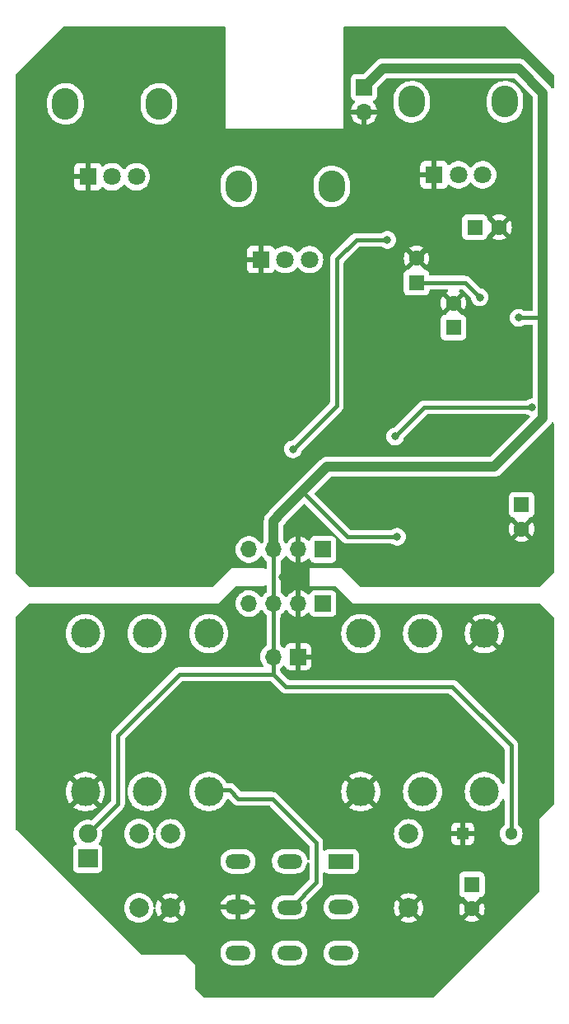
<source format=gbr>
%TF.GenerationSoftware,KiCad,Pcbnew,7.0.2-6a45011f42~172~ubuntu22.04.1*%
%TF.CreationDate,2023-05-29T14:24:00+01:00*%
%TF.ProjectId,rebote-smd,7265626f-7465-42d7-936d-642e6b696361,rev?*%
%TF.SameCoordinates,Original*%
%TF.FileFunction,Copper,L2,Bot*%
%TF.FilePolarity,Positive*%
%FSLAX46Y46*%
G04 Gerber Fmt 4.6, Leading zero omitted, Abs format (unit mm)*
G04 Created by KiCad (PCBNEW 7.0.2-6a45011f42~172~ubuntu22.04.1) date 2023-05-29 14:24:00*
%MOMM*%
%LPD*%
G01*
G04 APERTURE LIST*
%TA.AperFunction,ComponentPad*%
%ADD10R,2.600000X1.500000*%
%TD*%
%TA.AperFunction,ComponentPad*%
%ADD11O,2.600000X1.500000*%
%TD*%
%TA.AperFunction,ComponentPad*%
%ADD12C,3.000000*%
%TD*%
%TA.AperFunction,ComponentPad*%
%ADD13R,1.700000X1.700000*%
%TD*%
%TA.AperFunction,ComponentPad*%
%ADD14O,1.700000X1.700000*%
%TD*%
%TA.AperFunction,ComponentPad*%
%ADD15R,1.600000X1.600000*%
%TD*%
%TA.AperFunction,ComponentPad*%
%ADD16C,1.600000*%
%TD*%
%TA.AperFunction,ComponentPad*%
%ADD17R,2.000000X1.900000*%
%TD*%
%TA.AperFunction,ComponentPad*%
%ADD18C,1.900000*%
%TD*%
%TA.AperFunction,ComponentPad*%
%ADD19C,1.998980*%
%TD*%
%TA.AperFunction,ComponentPad*%
%ADD20R,1.300000X1.300000*%
%TD*%
%TA.AperFunction,ComponentPad*%
%ADD21C,1.300000*%
%TD*%
%TA.AperFunction,ComponentPad*%
%ADD22O,2.720000X3.240000*%
%TD*%
%TA.AperFunction,ComponentPad*%
%ADD23R,1.800000X1.800000*%
%TD*%
%TA.AperFunction,ComponentPad*%
%ADD24C,1.800000*%
%TD*%
%TA.AperFunction,ViaPad*%
%ADD25C,0.800000*%
%TD*%
%TA.AperFunction,Conductor*%
%ADD26C,0.400000*%
%TD*%
%TA.AperFunction,Conductor*%
%ADD27C,1.000000*%
%TD*%
G04 APERTURE END LIST*
D10*
%TO.P,SW1,1,A*%
%TO.N,Net-(SW1A-A)*%
X148550000Y-137825000D03*
D11*
%TO.P,SW1,2,A*%
X143250000Y-137825000D03*
%TO.P,SW1,3,A*%
%TO.N,I*%
X137950000Y-137825000D03*
%TO.P,SW1,4,B*%
%TO.N,Net-(SW1A-B)*%
X148550000Y-142525000D03*
%TO.P,SW1,5,B*%
%TO.N,Net-(SW1B-B)*%
X143250000Y-142550000D03*
%TO.P,SW1,6,B*%
%TO.N,GND*%
X137950000Y-142525000D03*
%TO.P,SW1,7,C*%
%TO.N,I*%
X148550000Y-147225000D03*
%TO.P,SW1,8,C*%
%TO.N,O*%
X143250000Y-147225000D03*
%TO.P,SW1,9,C*%
%TO.N,Net-(SW1C-C)*%
X137950000Y-147225000D03*
%TD*%
D12*
%TO.P,J3,R*%
%TO.N,unconnected-(J3-PadR)*%
X128595000Y-130665000D03*
%TO.P,J3,RN*%
%TO.N,unconnected-(J3-PadRN)*%
X128595000Y-114435000D03*
%TO.P,J3,S*%
%TO.N,GND*%
X122245000Y-130665000D03*
%TO.P,J3,SN*%
%TO.N,unconnected-(J3-PadSN)*%
X122245000Y-114435000D03*
%TO.P,J3,T*%
%TO.N,Net-(SW1B-B)*%
X134945000Y-130665000D03*
%TO.P,J3,TN*%
%TO.N,unconnected-(J3-PadTN)*%
X134945000Y-114435000D03*
%TD*%
D13*
%TO.P,J1,1,P1*%
%TO.N,+9V*%
X150910000Y-58325000D03*
D14*
%TO.P,J1,2,P2*%
%TO.N,GND*%
X150910000Y-60865000D03*
%TD*%
D13*
%TO.P,JOVGI1,1,P1*%
%TO.N,I*%
X146700000Y-111350000D03*
D14*
%TO.P,JOVGI1,2,P2*%
%TO.N,GND*%
X144160000Y-111350000D03*
%TO.P,JOVGI1,3,P3*%
%TO.N,+9V*%
X141620000Y-111350000D03*
%TO.P,JOVGI1,4,P4*%
%TO.N,O*%
X139080000Y-111350000D03*
%TD*%
D13*
%TO.P,JOVGI2,1,P1*%
%TO.N,I*%
X146700000Y-105800000D03*
D14*
%TO.P,JOVGI2,2,P2*%
%TO.N,GND*%
X144160000Y-105800000D03*
%TO.P,JOVGI2,3,P3*%
%TO.N,+9V*%
X141620000Y-105800000D03*
%TO.P,JOVGI2,4,P4*%
%TO.N,O*%
X139080000Y-105800000D03*
%TD*%
D15*
%TO.P,C2,1*%
%TO.N,+9V*%
X162000000Y-140200000D03*
D16*
%TO.P,C2,2*%
%TO.N,GND*%
X162000000Y-142700000D03*
%TD*%
D17*
%TO.P,D1,1,K*%
%TO.N,Net-(D1-K)*%
X122500000Y-137540000D03*
D18*
%TO.P,D1,2,A*%
%TO.N,+9V*%
X122500000Y-135000000D03*
%TD*%
D19*
%TO.P,R1,1*%
%TO.N,I*%
X155500000Y-135000000D03*
%TO.P,R1,2*%
%TO.N,GND*%
X155500000Y-142620000D03*
%TD*%
%TO.P,R2,1*%
%TO.N,Net-(D1-K)*%
X127760000Y-142600000D03*
%TO.P,R2,2*%
%TO.N,Net-(SW1C-C)*%
X127760000Y-134980000D03*
%TD*%
%TO.P,R3,1*%
%TO.N,O*%
X131010000Y-135000000D03*
%TO.P,R3,2*%
%TO.N,GND*%
X131010000Y-142620000D03*
%TD*%
D20*
%TO.P,C1,1*%
%TO.N,GND*%
X161050000Y-135000000D03*
D21*
%TO.P,C1,2*%
%TO.N,+9V*%
X166050000Y-135000000D03*
%TD*%
D13*
%TO.P,J4,1,P1*%
%TO.N,GND*%
X144140000Y-116810000D03*
D14*
%TO.P,J4,2,P2*%
%TO.N,+9V*%
X141600000Y-116810000D03*
%TD*%
D12*
%TO.P,J2,R*%
%TO.N,unconnected-(J2-PadR)*%
X156925000Y-114435000D03*
%TO.P,J2,RN*%
%TO.N,unconnected-(J2-PadRN)*%
X156925000Y-130665000D03*
%TO.P,J2,S*%
%TO.N,GND*%
X163275000Y-114435000D03*
%TO.P,J2,SN*%
%TO.N,unconnected-(J2-PadSN)*%
X163275000Y-130665000D03*
%TO.P,J2,T*%
%TO.N,Net-(SW1A-B)*%
X150575000Y-114435000D03*
%TO.P,J2,TN*%
%TO.N,GND*%
X150575000Y-130665000D03*
%TD*%
D22*
%TO.P,RV2,*%
%TO.N,*%
X138010000Y-68525000D03*
X147610000Y-68525000D03*
D23*
%TO.P,RV2,1,1*%
%TO.N,GND*%
X140310000Y-76025000D03*
D24*
%TO.P,RV2,2,2*%
%TO.N,Net-(R18-Pad2)*%
X142810000Y-76025000D03*
%TO.P,RV2,3,3*%
%TO.N,Net-(C25-Pad2)*%
X145310000Y-76025000D03*
%TD*%
D15*
%TO.P,C10,1*%
%TO.N,+5V*%
X162304888Y-72700000D03*
D16*
%TO.P,C10,2*%
%TO.N,GND*%
X164804888Y-72700000D03*
%TD*%
D22*
%TO.P,RV1,*%
%TO.N,*%
X120210000Y-60025000D03*
X129810000Y-60025000D03*
D23*
%TO.P,RV1,1,1*%
%TO.N,GND*%
X122510000Y-67525000D03*
D24*
%TO.P,RV1,2,2*%
%TO.N,Net-(R15-Pad2)*%
X125010000Y-67525000D03*
%TO.P,RV1,3,3*%
X127510000Y-67525000D03*
%TD*%
D15*
%TO.P,C13,1*%
%TO.N,Net-(U3-REF)*%
X160110000Y-83000000D03*
D16*
%TO.P,C13,2*%
%TO.N,GND*%
X160110000Y-80500000D03*
%TD*%
D15*
%TO.P,C3,1*%
%TO.N,VD*%
X167110000Y-101194888D03*
D16*
%TO.P,C3,2*%
%TO.N,GND*%
X167110000Y-103694888D03*
%TD*%
D15*
%TO.P,C12,1*%
%TO.N,+5V*%
X156310000Y-78400000D03*
D16*
%TO.P,C12,2*%
%TO.N,GND*%
X156310000Y-75900000D03*
%TD*%
D22*
%TO.P,RV3,*%
%TO.N,*%
X155810000Y-59825000D03*
X165410000Y-59825000D03*
D23*
%TO.P,RV3,1,1*%
%TO.N,GND*%
X158110000Y-67325000D03*
D24*
%TO.P,RV3,2,2*%
%TO.N,Net-(C26-Pad1)*%
X160610000Y-67325000D03*
%TO.P,RV3,3,3*%
%TO.N,Net-(C25-Pad2)*%
X163110000Y-67325000D03*
%TD*%
D25*
%TO.N,GND*%
X144810000Y-102000000D03*
X135110000Y-109200000D03*
X165610000Y-104900000D03*
X143710000Y-108600000D03*
X150710000Y-109100000D03*
X157410000Y-84100000D03*
X156266000Y-100165000D03*
X142510000Y-108600000D03*
X141610000Y-99900000D03*
X143110000Y-108600000D03*
%TO.N,+9V*%
X154310000Y-104500000D03*
X168910000Y-92700000D03*
X166810000Y-82000000D03*
%TO.N,+5V*%
X162810000Y-79900000D03*
%TO.N,Net-(C24-Pad2)*%
X153310000Y-74000000D03*
X143610000Y-95500000D03*
%TO.N,Net-(C26-Pad2)*%
X168210000Y-91200000D03*
X154110000Y-94200000D03*
%TD*%
D26*
%TO.N,+9V*%
X154310000Y-104500000D02*
X149210000Y-104500000D01*
X125600000Y-131900000D02*
X122500000Y-135000000D01*
D27*
X144560000Y-99850000D02*
X142010000Y-102400000D01*
D26*
X166810000Y-82000000D02*
X169310000Y-82000000D01*
X141600000Y-118600000D02*
X142900000Y-119900000D01*
X131900000Y-118600000D02*
X125600000Y-124900000D01*
X141620000Y-111350000D02*
X141620000Y-112552081D01*
D27*
X164310000Y-97300000D02*
X147110000Y-97300000D01*
X150910000Y-58325000D02*
X152835000Y-56400000D01*
D26*
X141600000Y-112572081D02*
X141600000Y-118100000D01*
X160000000Y-119900000D02*
X166050000Y-125950000D01*
D27*
X166810000Y-56400000D02*
X169310000Y-58900000D01*
D26*
X141600000Y-118100000D02*
X141600000Y-118600000D01*
X125600000Y-124900000D02*
X125600000Y-131900000D01*
X141620000Y-111350000D02*
X141620000Y-105800000D01*
D27*
X169310000Y-58900000D02*
X169310000Y-82000000D01*
X147110000Y-97300000D02*
X144560000Y-99850000D01*
X169310000Y-82000000D02*
X169310000Y-92300000D01*
D26*
X141600000Y-116810000D02*
X141600000Y-118100000D01*
X142900000Y-119900000D02*
X160000000Y-119900000D01*
X141620000Y-112552081D02*
X141600000Y-112572081D01*
X166050000Y-125950000D02*
X166050000Y-135000000D01*
D27*
X142010000Y-102400000D02*
X142010000Y-102500000D01*
X141620000Y-102890000D02*
X141620000Y-105800000D01*
D26*
X149210000Y-104500000D02*
X144560000Y-99850000D01*
D27*
X152835000Y-56400000D02*
X166810000Y-56400000D01*
X142010000Y-102500000D02*
X141620000Y-102890000D01*
D26*
X141600000Y-118600000D02*
X131900000Y-118600000D01*
D27*
X169310000Y-92300000D02*
X164310000Y-97300000D01*
D26*
%TO.N,+5V*%
X161310000Y-78400000D02*
X156310000Y-78400000D01*
X162810000Y-79900000D02*
X161310000Y-78400000D01*
%TO.N,Net-(C24-Pad2)*%
X148110000Y-76000000D02*
X150110000Y-74000000D01*
X148110000Y-91000000D02*
X148110000Y-76000000D01*
X143610000Y-95500000D02*
X148110000Y-91000000D01*
X150110000Y-74000000D02*
X153310000Y-74000000D01*
%TO.N,Net-(C26-Pad2)*%
X168210000Y-91200000D02*
X157110000Y-91200000D01*
X157110000Y-91200000D02*
X154110000Y-94200000D01*
%TO.N,Net-(SW1B-B)*%
X143450000Y-142550000D02*
X143250000Y-142550000D01*
X146000000Y-140000000D02*
X143450000Y-142550000D01*
X141500000Y-131400000D02*
X146000000Y-135900000D01*
X146000000Y-135900000D02*
X146000000Y-140000000D01*
X137991320Y-131400000D02*
X141500000Y-131400000D01*
X134950000Y-130480000D02*
X137071320Y-130480000D01*
X137071320Y-130480000D02*
X137991320Y-131400000D01*
%TD*%
%TA.AperFunction,Conductor*%
%TO.N,GND*%
G36*
X136616621Y-52095502D02*
G01*
X136663114Y-52149158D01*
X136674500Y-52201500D01*
X136674500Y-62454469D01*
X136672587Y-62476343D01*
X136670876Y-62486048D01*
X136672586Y-62495746D01*
X136674128Y-62513373D01*
X136678707Y-62530467D01*
X136680418Y-62540171D01*
X136683935Y-62546262D01*
X136688452Y-62551645D01*
X136696982Y-62556570D01*
X136714972Y-62569167D01*
X136722518Y-62575499D01*
X136722519Y-62575499D01*
X136722520Y-62575500D01*
X136722521Y-62575500D01*
X136729123Y-62577903D01*
X136736047Y-62579124D01*
X136736047Y-62579123D01*
X136736048Y-62579124D01*
X136745746Y-62577413D01*
X136767625Y-62575500D01*
X148704470Y-62575500D01*
X148726350Y-62577414D01*
X148736047Y-62579124D01*
X148736047Y-62579123D01*
X148736048Y-62579124D01*
X148745746Y-62577413D01*
X148763381Y-62575871D01*
X148780473Y-62571290D01*
X148790172Y-62569581D01*
X148790173Y-62569579D01*
X148796260Y-62566064D01*
X148801641Y-62561549D01*
X148801645Y-62561548D01*
X148806569Y-62553018D01*
X148819165Y-62535028D01*
X148825500Y-62527480D01*
X148825500Y-62527479D01*
X148827902Y-62520879D01*
X148829122Y-62513955D01*
X148829124Y-62513952D01*
X148827414Y-62504253D01*
X148825500Y-62482374D01*
X148825500Y-52201500D01*
X148845502Y-52133379D01*
X148899158Y-52086886D01*
X148951500Y-52075500D01*
X165416537Y-52075500D01*
X165484658Y-52095502D01*
X165505632Y-52112405D01*
X170387595Y-56994368D01*
X170421621Y-57056680D01*
X170424500Y-57083463D01*
X170424500Y-58342674D01*
X170404498Y-58410795D01*
X170350842Y-58457288D01*
X170280568Y-58467392D01*
X170215988Y-58437898D01*
X170187378Y-58402070D01*
X170152593Y-58336993D01*
X170026571Y-58183434D01*
X169992857Y-58155766D01*
X169983695Y-58147461D01*
X167562532Y-55726298D01*
X167554227Y-55717135D01*
X167526569Y-55683433D01*
X167373003Y-55557404D01*
X167222757Y-55477096D01*
X167212442Y-55468198D01*
X167007701Y-55406090D01*
X166810001Y-55386619D01*
X166769741Y-55390584D01*
X166766612Y-55390893D01*
X166754263Y-55391500D01*
X152890737Y-55391500D01*
X152878387Y-55390893D01*
X152874905Y-55390550D01*
X152834998Y-55386619D01*
X152637298Y-55406090D01*
X152432557Y-55468198D01*
X152422242Y-55477096D01*
X152271996Y-55557404D01*
X152118430Y-55683433D01*
X152090765Y-55717142D01*
X152082467Y-55726298D01*
X150879169Y-56929596D01*
X150816859Y-56963620D01*
X150790076Y-56966500D01*
X150011362Y-56966500D01*
X150008013Y-56966859D01*
X150008013Y-56966860D01*
X149950799Y-56973011D01*
X149813794Y-57024111D01*
X149696738Y-57111738D01*
X149609111Y-57228794D01*
X149558011Y-57365799D01*
X149551500Y-57426362D01*
X149551500Y-59223638D01*
X149558011Y-59284201D01*
X149570518Y-59317734D01*
X149609111Y-59421205D01*
X149696738Y-59538261D01*
X149813794Y-59625888D01*
X149813795Y-59625888D01*
X149813796Y-59625889D01*
X149929313Y-59668975D01*
X149986148Y-59711521D01*
X150010959Y-59778041D01*
X149995868Y-59847415D01*
X149977982Y-59872367D01*
X149834676Y-60028040D01*
X149711580Y-60216451D01*
X149621177Y-60422548D01*
X149573455Y-60610999D01*
X149573456Y-60611000D01*
X150478884Y-60611000D01*
X150450507Y-60655156D01*
X150410000Y-60793111D01*
X150410000Y-60936889D01*
X150450507Y-61074844D01*
X150478884Y-61119000D01*
X149573455Y-61119000D01*
X149621177Y-61307451D01*
X149711580Y-61513548D01*
X149834678Y-61701962D01*
X149987096Y-61867533D01*
X150164697Y-62005766D01*
X150362631Y-62112883D01*
X150575485Y-62185955D01*
X150656000Y-62199391D01*
X150656000Y-61298674D01*
X150767685Y-61349680D01*
X150874237Y-61365000D01*
X150945763Y-61365000D01*
X151052315Y-61349680D01*
X151164000Y-61298674D01*
X151164000Y-62199390D01*
X151244514Y-62185955D01*
X151457368Y-62112883D01*
X151655302Y-62005766D01*
X151832903Y-61867533D01*
X151985321Y-61701962D01*
X152108419Y-61513548D01*
X152198822Y-61307451D01*
X152246544Y-61119000D01*
X151341116Y-61119000D01*
X151369493Y-61074844D01*
X151410000Y-60936889D01*
X151410000Y-60793111D01*
X151369493Y-60655156D01*
X151341116Y-60611000D01*
X152246544Y-60611000D01*
X152246544Y-60610999D01*
X152198822Y-60422548D01*
X152108419Y-60216451D01*
X152067152Y-60153288D01*
X153941500Y-60153288D01*
X153941666Y-60155558D01*
X153941667Y-60155581D01*
X153956466Y-60357781D01*
X153970718Y-60421758D01*
X154012873Y-60611000D01*
X154015938Y-60624756D01*
X154113644Y-60880219D01*
X154247507Y-61118738D01*
X154414670Y-61335219D01*
X154611571Y-61525057D01*
X154611574Y-61525059D01*
X154834019Y-61684205D01*
X155077266Y-61809267D01*
X155336130Y-61897579D01*
X155605093Y-61947259D01*
X155878424Y-61957248D01*
X155878424Y-61957247D01*
X155878425Y-61957248D01*
X155946391Y-61949769D01*
X156150296Y-61927334D01*
X156414916Y-61858153D01*
X156666643Y-61751181D01*
X156900112Y-61608697D01*
X157110347Y-61433738D01*
X157292867Y-61230033D01*
X157443783Y-61001923D01*
X157559877Y-60754271D01*
X157638676Y-60492355D01*
X157658482Y-60357781D01*
X157678500Y-60221758D01*
X157678500Y-60153288D01*
X163541500Y-60153288D01*
X163541666Y-60155558D01*
X163541667Y-60155581D01*
X163556466Y-60357781D01*
X163570718Y-60421758D01*
X163612873Y-60611000D01*
X163615938Y-60624756D01*
X163713644Y-60880219D01*
X163847507Y-61118738D01*
X164014670Y-61335219D01*
X164211571Y-61525057D01*
X164211574Y-61525059D01*
X164434019Y-61684205D01*
X164677266Y-61809267D01*
X164936130Y-61897579D01*
X165205093Y-61947259D01*
X165478424Y-61957248D01*
X165478424Y-61957247D01*
X165478425Y-61957248D01*
X165546391Y-61949769D01*
X165750296Y-61927334D01*
X166014916Y-61858153D01*
X166266643Y-61751181D01*
X166500112Y-61608697D01*
X166710347Y-61433738D01*
X166892867Y-61230033D01*
X167043783Y-61001923D01*
X167159877Y-60754271D01*
X167238676Y-60492355D01*
X167258482Y-60357781D01*
X167278500Y-60221758D01*
X167278500Y-59499012D01*
X167278500Y-59496712D01*
X167263533Y-59292217D01*
X167204063Y-59025247D01*
X167106355Y-58769781D01*
X167106355Y-58769780D01*
X166972492Y-58531261D01*
X166805329Y-58314780D01*
X166608428Y-58124942D01*
X166491524Y-58041305D01*
X166385981Y-57965795D01*
X166142734Y-57840733D01*
X166142733Y-57840732D01*
X166142730Y-57840731D01*
X165883871Y-57752421D01*
X165614908Y-57702741D01*
X165341574Y-57692751D01*
X165069706Y-57722665D01*
X164805084Y-57791847D01*
X164553358Y-57898818D01*
X164319884Y-58041305D01*
X164109652Y-58216262D01*
X163927136Y-58419962D01*
X163776213Y-58648083D01*
X163660125Y-58895722D01*
X163581322Y-59157649D01*
X163541500Y-59428241D01*
X163541500Y-59428243D01*
X163541500Y-60153288D01*
X157678500Y-60153288D01*
X157678500Y-59499012D01*
X157678500Y-59496712D01*
X157663533Y-59292217D01*
X157604063Y-59025247D01*
X157506355Y-58769781D01*
X157506355Y-58769780D01*
X157372492Y-58531261D01*
X157205329Y-58314780D01*
X157008428Y-58124942D01*
X156891524Y-58041305D01*
X156785981Y-57965795D01*
X156542734Y-57840733D01*
X156542733Y-57840732D01*
X156542730Y-57840731D01*
X156283871Y-57752421D01*
X156014908Y-57702741D01*
X155741574Y-57692751D01*
X155469706Y-57722665D01*
X155205084Y-57791847D01*
X154953358Y-57898818D01*
X154719884Y-58041305D01*
X154509652Y-58216262D01*
X154327136Y-58419962D01*
X154176213Y-58648083D01*
X154060125Y-58895722D01*
X153981322Y-59157649D01*
X153941500Y-59428241D01*
X153941500Y-59428243D01*
X153941500Y-60153288D01*
X152067152Y-60153288D01*
X151985321Y-60028037D01*
X151842018Y-59872367D01*
X151810597Y-59808702D01*
X151818584Y-59738156D01*
X151863443Y-59683127D01*
X151890679Y-59668977D01*
X152006204Y-59625889D01*
X152123261Y-59538261D01*
X152210889Y-59421204D01*
X152261989Y-59284201D01*
X152268500Y-59223638D01*
X152268500Y-58444923D01*
X152288502Y-58376802D01*
X152305400Y-58355832D01*
X153215831Y-57445402D01*
X153278141Y-57411379D01*
X153304924Y-57408500D01*
X166340076Y-57408500D01*
X166408197Y-57428502D01*
X166429171Y-57445405D01*
X168264595Y-59280829D01*
X168298621Y-59343141D01*
X168301500Y-59369924D01*
X168301500Y-81165500D01*
X168281498Y-81233621D01*
X168227842Y-81280114D01*
X168175500Y-81291500D01*
X167421405Y-81291500D01*
X167353284Y-81271498D01*
X167347344Y-81267436D01*
X167266753Y-81208883D01*
X167266752Y-81208882D01*
X167092288Y-81131206D01*
X166905487Y-81091500D01*
X166714513Y-81091500D01*
X166589978Y-81117970D01*
X166527711Y-81131206D01*
X166353246Y-81208883D01*
X166198747Y-81321133D01*
X166070958Y-81463057D01*
X165975472Y-81628443D01*
X165916458Y-81810070D01*
X165896496Y-81999999D01*
X165916458Y-82189929D01*
X165975472Y-82371556D01*
X166070958Y-82536942D01*
X166070960Y-82536944D01*
X166198747Y-82678866D01*
X166353248Y-82791118D01*
X166527712Y-82868794D01*
X166714513Y-82908500D01*
X166714515Y-82908500D01*
X166905485Y-82908500D01*
X166905487Y-82908500D01*
X167092288Y-82868794D01*
X167266752Y-82791118D01*
X167347344Y-82732563D01*
X167414212Y-82708706D01*
X167421405Y-82708500D01*
X168175500Y-82708500D01*
X168243621Y-82728502D01*
X168290114Y-82782158D01*
X168301500Y-82834500D01*
X168301500Y-90165500D01*
X168281498Y-90233621D01*
X168227842Y-90280114D01*
X168175500Y-90291500D01*
X168114513Y-90291500D01*
X167989979Y-90317970D01*
X167927711Y-90331206D01*
X167753246Y-90408883D01*
X167672656Y-90467436D01*
X167605788Y-90491294D01*
X167598595Y-90491500D01*
X157135223Y-90491500D01*
X157127616Y-90491270D01*
X157125540Y-90491144D01*
X157066906Y-90487597D01*
X157007090Y-90498559D01*
X156999569Y-90499704D01*
X156939197Y-90507035D01*
X156929662Y-90510651D01*
X156907711Y-90516770D01*
X156905609Y-90517155D01*
X156897668Y-90518611D01*
X156842213Y-90543569D01*
X156835186Y-90546480D01*
X156778322Y-90568046D01*
X156769926Y-90573842D01*
X156750076Y-90585038D01*
X156740776Y-90589224D01*
X156740774Y-90589225D01*
X156740775Y-90589225D01*
X156692899Y-90626731D01*
X156686785Y-90631230D01*
X156636730Y-90665781D01*
X156596388Y-90711317D01*
X156591172Y-90716856D01*
X154043466Y-93264563D01*
X153981154Y-93298588D01*
X153980569Y-93298714D01*
X153827714Y-93331205D01*
X153653246Y-93408883D01*
X153498747Y-93521133D01*
X153370958Y-93663057D01*
X153275472Y-93828443D01*
X153216458Y-94010070D01*
X153196496Y-94199999D01*
X153216458Y-94389929D01*
X153275472Y-94571556D01*
X153370958Y-94736942D01*
X153370960Y-94736944D01*
X153498747Y-94878866D01*
X153653248Y-94991118D01*
X153827712Y-95068794D01*
X154014513Y-95108500D01*
X154014515Y-95108500D01*
X154205485Y-95108500D01*
X154205487Y-95108500D01*
X154392288Y-95068794D01*
X154566752Y-94991118D01*
X154721253Y-94878866D01*
X154849040Y-94736944D01*
X154944527Y-94571556D01*
X155003542Y-94389928D01*
X155008449Y-94343230D01*
X155035460Y-94277574D01*
X155044655Y-94267313D01*
X157366564Y-91945405D01*
X157428877Y-91911379D01*
X157455660Y-91908500D01*
X167598595Y-91908500D01*
X167666716Y-91928502D01*
X167672655Y-91932563D01*
X167753248Y-91991118D01*
X167889803Y-92051915D01*
X167943898Y-92097895D01*
X167964547Y-92165822D01*
X167945195Y-92234130D01*
X167927648Y-92256117D01*
X163929171Y-96254595D01*
X163866859Y-96288621D01*
X163840076Y-96291500D01*
X147165737Y-96291500D01*
X147153387Y-96290893D01*
X147149905Y-96290550D01*
X147109998Y-96286619D01*
X146912299Y-96306090D01*
X146779864Y-96346265D01*
X146722196Y-96363758D01*
X146546996Y-96457404D01*
X146393430Y-96583433D01*
X146365769Y-96617137D01*
X146357467Y-96626296D01*
X143881923Y-99101842D01*
X143881918Y-99101847D01*
X141336301Y-101647463D01*
X141327142Y-101655765D01*
X141293431Y-101683432D01*
X141167407Y-101836992D01*
X141146225Y-101876622D01*
X141085079Y-101991013D01*
X141063053Y-102020711D01*
X140946301Y-102137463D01*
X140937142Y-102145765D01*
X140903433Y-102173430D01*
X140777404Y-102326995D01*
X140686602Y-102496877D01*
X140683758Y-102502197D01*
X140626090Y-102692298D01*
X140606619Y-102889998D01*
X140610893Y-102933385D01*
X140611500Y-102945736D01*
X140611500Y-104840544D01*
X140591498Y-104908665D01*
X140578202Y-104925881D01*
X140544278Y-104962731D01*
X140455483Y-105098643D01*
X140401479Y-105144731D01*
X140331131Y-105154306D01*
X140266774Y-105124328D01*
X140244517Y-105098643D01*
X140202423Y-105034214D01*
X140155722Y-104962732D01*
X140003240Y-104797094D01*
X140003239Y-104797093D01*
X140003237Y-104797091D01*
X139825578Y-104658812D01*
X139627573Y-104551657D01*
X139474510Y-104499111D01*
X139414635Y-104478556D01*
X139192569Y-104441500D01*
X138967431Y-104441500D01*
X138745365Y-104478556D01*
X138745362Y-104478556D01*
X138745362Y-104478557D01*
X138532426Y-104551657D01*
X138334421Y-104658812D01*
X138156762Y-104797091D01*
X138004278Y-104962731D01*
X137881139Y-105151209D01*
X137790702Y-105357388D01*
X137735437Y-105575627D01*
X137735436Y-105575632D01*
X137716844Y-105800000D01*
X137735436Y-106024368D01*
X137735436Y-106024371D01*
X137735437Y-106024372D01*
X137790702Y-106242611D01*
X137881139Y-106448790D01*
X137915183Y-106500898D01*
X138004278Y-106637268D01*
X138156419Y-106802536D01*
X138156762Y-106802908D01*
X138334421Y-106941187D01*
X138334424Y-106941189D01*
X138532426Y-107048342D01*
X138745365Y-107121444D01*
X138967431Y-107158500D01*
X138967434Y-107158500D01*
X139192566Y-107158500D01*
X139192569Y-107158500D01*
X139414635Y-107121444D01*
X139627574Y-107048342D01*
X139825576Y-106941189D01*
X140003240Y-106802906D01*
X140155722Y-106637268D01*
X140244518Y-106501354D01*
X140298521Y-106455268D01*
X140368869Y-106445693D01*
X140433226Y-106475670D01*
X140455480Y-106501353D01*
X140544278Y-106637268D01*
X140696760Y-106802906D01*
X140862893Y-106932214D01*
X140904362Y-106989837D01*
X140911500Y-107031643D01*
X140911500Y-107658605D01*
X140891498Y-107726726D01*
X140837842Y-107773219D01*
X140767568Y-107783323D01*
X140702988Y-107753829D01*
X140676382Y-107721607D01*
X140666064Y-107703736D01*
X140661549Y-107698355D01*
X140653016Y-107693429D01*
X140635025Y-107680831D01*
X140627479Y-107674499D01*
X140620881Y-107672097D01*
X140613952Y-107670875D01*
X140604254Y-107672586D01*
X140582375Y-107674500D01*
X137395247Y-107674500D01*
X137375873Y-107671948D01*
X137354243Y-107673840D01*
X137352182Y-107674021D01*
X137341204Y-107674500D01*
X137328730Y-107674500D01*
X137317008Y-107677097D01*
X137316047Y-107677181D01*
X137306458Y-107681652D01*
X137298354Y-107688452D01*
X137297876Y-107689281D01*
X137277855Y-107715370D01*
X135355631Y-109637595D01*
X135293319Y-109671620D01*
X135266536Y-109674500D01*
X116583464Y-109674500D01*
X116515343Y-109654498D01*
X116494369Y-109637595D01*
X115112405Y-108255630D01*
X115078379Y-108193318D01*
X115075500Y-108166535D01*
X115075500Y-95499999D01*
X142696496Y-95499999D01*
X142716458Y-95689929D01*
X142775472Y-95871556D01*
X142870958Y-96036942D01*
X142870960Y-96036944D01*
X142998747Y-96178866D01*
X143153248Y-96291118D01*
X143327712Y-96368794D01*
X143514513Y-96408500D01*
X143514515Y-96408500D01*
X143705485Y-96408500D01*
X143705487Y-96408500D01*
X143892288Y-96368794D01*
X144066752Y-96291118D01*
X144221253Y-96178866D01*
X144349040Y-96036944D01*
X144444527Y-95871556D01*
X144503542Y-95689928D01*
X144508449Y-95643230D01*
X144535460Y-95577574D01*
X144544655Y-95567313D01*
X148593157Y-91518811D01*
X148598683Y-91513610D01*
X148644215Y-91473273D01*
X148678791Y-91423179D01*
X148683235Y-91417140D01*
X148720775Y-91369226D01*
X148724960Y-91359926D01*
X148736159Y-91340069D01*
X148741954Y-91331675D01*
X148763522Y-91274802D01*
X148766423Y-91267797D01*
X148791389Y-91212329D01*
X148793227Y-91202294D01*
X148799352Y-91180327D01*
X148802965Y-91170801D01*
X148810299Y-91110398D01*
X148811434Y-91102941D01*
X148822402Y-91043093D01*
X148818730Y-90982390D01*
X148818500Y-90974782D01*
X148818500Y-76345659D01*
X148838502Y-76277538D01*
X148855400Y-76256569D01*
X149211970Y-75899999D01*
X154997004Y-75899999D01*
X155016951Y-76127999D01*
X155076186Y-76349070D01*
X155172912Y-76556497D01*
X155222899Y-76627887D01*
X155911272Y-75939514D01*
X155924835Y-76025148D01*
X155982359Y-76138045D01*
X156071955Y-76227641D01*
X156184852Y-76285165D01*
X156270482Y-76298727D01*
X155570493Y-76998715D01*
X155565304Y-77024533D01*
X155515902Y-77075524D01*
X155461278Y-77091506D01*
X155461360Y-77091500D01*
X155461343Y-77091502D01*
X155461265Y-77091510D01*
X155461262Y-77091510D01*
X155400798Y-77098011D01*
X155400799Y-77098011D01*
X155263794Y-77149111D01*
X155146738Y-77236738D01*
X155059111Y-77353794D01*
X155008011Y-77490799D01*
X155001500Y-77551362D01*
X155001500Y-79248638D01*
X155008011Y-79309201D01*
X155033561Y-79377702D01*
X155059111Y-79446205D01*
X155146738Y-79563261D01*
X155263794Y-79650888D01*
X155263795Y-79650888D01*
X155263796Y-79650889D01*
X155400799Y-79701989D01*
X155461362Y-79708500D01*
X155464731Y-79708500D01*
X157155269Y-79708500D01*
X157158638Y-79708500D01*
X157219201Y-79701989D01*
X157356204Y-79650889D01*
X157473261Y-79563261D01*
X157560889Y-79446204D01*
X157611989Y-79309201D01*
X157618500Y-79248638D01*
X157618500Y-79234499D01*
X157638502Y-79166379D01*
X157692158Y-79119886D01*
X157744500Y-79108500D01*
X159430741Y-79108500D01*
X159498862Y-79128502D01*
X159545355Y-79182158D01*
X159555459Y-79252432D01*
X159525965Y-79317012D01*
X159483992Y-79348694D01*
X159453502Y-79362911D01*
X159382109Y-79412900D01*
X160070481Y-80101272D01*
X159984852Y-80114835D01*
X159871955Y-80172359D01*
X159782359Y-80261955D01*
X159724835Y-80374852D01*
X159711272Y-80460481D01*
X159022900Y-79772109D01*
X158972913Y-79843499D01*
X158876186Y-80050929D01*
X158816951Y-80272000D01*
X158797004Y-80500000D01*
X158816951Y-80727999D01*
X158876186Y-80949070D01*
X158972912Y-81156497D01*
X159022899Y-81227887D01*
X159711272Y-80539516D01*
X159724835Y-80625148D01*
X159782359Y-80738045D01*
X159871955Y-80827641D01*
X159984852Y-80885165D01*
X160070482Y-80898727D01*
X159370493Y-81598715D01*
X159365304Y-81624533D01*
X159315902Y-81675524D01*
X159261278Y-81691506D01*
X159261360Y-81691500D01*
X159261343Y-81691502D01*
X159261265Y-81691510D01*
X159261262Y-81691510D01*
X159200798Y-81698011D01*
X159200799Y-81698011D01*
X159063794Y-81749111D01*
X158946738Y-81836738D01*
X158859111Y-81953794D01*
X158808011Y-82090799D01*
X158801500Y-82151362D01*
X158801500Y-83848638D01*
X158801860Y-83851986D01*
X158808011Y-83909200D01*
X158859111Y-84046205D01*
X158946738Y-84163261D01*
X159063794Y-84250888D01*
X159063795Y-84250888D01*
X159063796Y-84250889D01*
X159200799Y-84301989D01*
X159261362Y-84308500D01*
X159264731Y-84308500D01*
X160955269Y-84308500D01*
X160958638Y-84308500D01*
X161019201Y-84301989D01*
X161156204Y-84250889D01*
X161273261Y-84163261D01*
X161360889Y-84046204D01*
X161411989Y-83909201D01*
X161418500Y-83848638D01*
X161418500Y-82151362D01*
X161411989Y-82090799D01*
X161360889Y-81953796D01*
X161360888Y-81953794D01*
X161273261Y-81836738D01*
X161156205Y-81749111D01*
X161087702Y-81723561D01*
X161019201Y-81698011D01*
X161011478Y-81697180D01*
X160961993Y-81691860D01*
X160961980Y-81691859D01*
X160958910Y-81691529D01*
X160958720Y-81691508D01*
X160958640Y-81691500D01*
X160958883Y-81691519D01*
X160892515Y-81668097D01*
X160848967Y-81612024D01*
X160846623Y-81595832D01*
X160149518Y-80898727D01*
X160235148Y-80885165D01*
X160348045Y-80827641D01*
X160437641Y-80738045D01*
X160495165Y-80625148D01*
X160508727Y-80539517D01*
X161197098Y-81227888D01*
X161197099Y-81227888D01*
X161247087Y-81156498D01*
X161343813Y-80949070D01*
X161403048Y-80727999D01*
X161422995Y-80499999D01*
X161403048Y-80272000D01*
X161343813Y-80050929D01*
X161247085Y-79843497D01*
X161197100Y-79772110D01*
X161197097Y-79772110D01*
X160508726Y-80460480D01*
X160495165Y-80374852D01*
X160437641Y-80261955D01*
X160348045Y-80172359D01*
X160235148Y-80114835D01*
X160149517Y-80101272D01*
X160837888Y-79412899D01*
X160766494Y-79362910D01*
X160736008Y-79348694D01*
X160682724Y-79301777D01*
X160663263Y-79233500D01*
X160683805Y-79165540D01*
X160737828Y-79119474D01*
X160789259Y-79108500D01*
X160964340Y-79108500D01*
X161032461Y-79128502D01*
X161053435Y-79145405D01*
X161875335Y-79967305D01*
X161909361Y-80029617D01*
X161911550Y-80043228D01*
X161916458Y-80089929D01*
X161975472Y-80271556D01*
X162070958Y-80436942D01*
X162070960Y-80436944D01*
X162198747Y-80578866D01*
X162353248Y-80691118D01*
X162527712Y-80768794D01*
X162714513Y-80808500D01*
X162714515Y-80808500D01*
X162905485Y-80808500D01*
X162905487Y-80808500D01*
X163092288Y-80768794D01*
X163266752Y-80691118D01*
X163421253Y-80578866D01*
X163549040Y-80436944D01*
X163644527Y-80271556D01*
X163703542Y-80089928D01*
X163723504Y-79900000D01*
X163703542Y-79710072D01*
X163644527Y-79528444D01*
X163644527Y-79528443D01*
X163549041Y-79363057D01*
X163421252Y-79221133D01*
X163317021Y-79145405D01*
X163266752Y-79108882D01*
X163092288Y-79031206D01*
X163092286Y-79031205D01*
X163092285Y-79031205D01*
X162939431Y-78998714D01*
X162876958Y-78964986D01*
X162876534Y-78964563D01*
X161828819Y-77916849D01*
X161823618Y-77911325D01*
X161783273Y-77865785D01*
X161783272Y-77865784D01*
X161733220Y-77831235D01*
X161727092Y-77826725D01*
X161679224Y-77789223D01*
X161669922Y-77785036D01*
X161650068Y-77773839D01*
X161648781Y-77772951D01*
X161641675Y-77768046D01*
X161641673Y-77768045D01*
X161584822Y-77746483D01*
X161577794Y-77743572D01*
X161522329Y-77718610D01*
X161512289Y-77716770D01*
X161490332Y-77710649D01*
X161480801Y-77707035D01*
X161420432Y-77699704D01*
X161412914Y-77698559D01*
X161405153Y-77697137D01*
X161353093Y-77687597D01*
X161292390Y-77691270D01*
X161284782Y-77691500D01*
X157744500Y-77691500D01*
X157676379Y-77671498D01*
X157629886Y-77617842D01*
X157618500Y-77565500D01*
X157618500Y-77554730D01*
X157618500Y-77554729D01*
X157618500Y-77551362D01*
X157611989Y-77490799D01*
X157560889Y-77353796D01*
X157511563Y-77287904D01*
X157473261Y-77236738D01*
X157356205Y-77149111D01*
X157287702Y-77123560D01*
X157219201Y-77098011D01*
X157211478Y-77097180D01*
X157161993Y-77091860D01*
X157161980Y-77091859D01*
X157158910Y-77091529D01*
X157158720Y-77091508D01*
X157158640Y-77091500D01*
X157158883Y-77091519D01*
X157092515Y-77068097D01*
X157048967Y-77012024D01*
X157046623Y-76995832D01*
X156349518Y-76298727D01*
X156435148Y-76285165D01*
X156548045Y-76227641D01*
X156637641Y-76138045D01*
X156695165Y-76025148D01*
X156708727Y-75939516D01*
X157397098Y-76627888D01*
X157397099Y-76627888D01*
X157447087Y-76556498D01*
X157543813Y-76349070D01*
X157603048Y-76127999D01*
X157622995Y-75899999D01*
X157603048Y-75672000D01*
X157543813Y-75450929D01*
X157447085Y-75243497D01*
X157397100Y-75172110D01*
X157397097Y-75172110D01*
X156708726Y-75860480D01*
X156695165Y-75774852D01*
X156637641Y-75661955D01*
X156548045Y-75572359D01*
X156435148Y-75514835D01*
X156349514Y-75501272D01*
X157037888Y-74812899D01*
X156966497Y-74762912D01*
X156759070Y-74666186D01*
X156537999Y-74606951D01*
X156310000Y-74587004D01*
X156082000Y-74606951D01*
X155860929Y-74666186D01*
X155653499Y-74762913D01*
X155582109Y-74812899D01*
X156270483Y-75501272D01*
X156184852Y-75514835D01*
X156071955Y-75572359D01*
X155982359Y-75661955D01*
X155924835Y-75774852D01*
X155911272Y-75860481D01*
X155222899Y-75172109D01*
X155172913Y-75243499D01*
X155076186Y-75450929D01*
X155016951Y-75672000D01*
X154997004Y-75899999D01*
X149211970Y-75899999D01*
X150366565Y-74745404D01*
X150428877Y-74711379D01*
X150455660Y-74708500D01*
X152698595Y-74708500D01*
X152766716Y-74728502D01*
X152772655Y-74732563D01*
X152853248Y-74791118D01*
X153027712Y-74868794D01*
X153214513Y-74908500D01*
X153214515Y-74908500D01*
X153405485Y-74908500D01*
X153405487Y-74908500D01*
X153592288Y-74868794D01*
X153766752Y-74791118D01*
X153921253Y-74678866D01*
X154049040Y-74536944D01*
X154144527Y-74371556D01*
X154203542Y-74189928D01*
X154223504Y-74000000D01*
X154203542Y-73810072D01*
X154144527Y-73628444D01*
X154144527Y-73628443D01*
X154098451Y-73548638D01*
X160996388Y-73548638D01*
X161002899Y-73609201D01*
X161028448Y-73677702D01*
X161053999Y-73746205D01*
X161141626Y-73863261D01*
X161258682Y-73950888D01*
X161258683Y-73950888D01*
X161258684Y-73950889D01*
X161395687Y-74001989D01*
X161456250Y-74008500D01*
X161459619Y-74008500D01*
X163150157Y-74008500D01*
X163153526Y-74008500D01*
X163214089Y-74001989D01*
X163351092Y-73950889D01*
X163468149Y-73863261D01*
X163555777Y-73746204D01*
X163606877Y-73609201D01*
X163613387Y-73548641D01*
X163613366Y-73548903D01*
X163636778Y-73482532D01*
X163692843Y-73438975D01*
X163709047Y-73436628D01*
X164406160Y-72739516D01*
X164419723Y-72825148D01*
X164477247Y-72938045D01*
X164566843Y-73027641D01*
X164679740Y-73085165D01*
X164765370Y-73098727D01*
X164076998Y-73787098D01*
X164076998Y-73787100D01*
X164148385Y-73837085D01*
X164355817Y-73933813D01*
X164576888Y-73993048D01*
X164804888Y-74012995D01*
X165032887Y-73993048D01*
X165253958Y-73933813D01*
X165461386Y-73837087D01*
X165532776Y-73787099D01*
X165532776Y-73787097D01*
X164844406Y-73098727D01*
X164930036Y-73085165D01*
X165042933Y-73027641D01*
X165132529Y-72938045D01*
X165190053Y-72825148D01*
X165203615Y-72739518D01*
X165891985Y-73427888D01*
X165891987Y-73427888D01*
X165941975Y-73356498D01*
X166038701Y-73149070D01*
X166097936Y-72927999D01*
X166117883Y-72699999D01*
X166097936Y-72472000D01*
X166038701Y-72250929D01*
X165941973Y-72043497D01*
X165891988Y-71972110D01*
X165891986Y-71972110D01*
X165203615Y-72660481D01*
X165190053Y-72574852D01*
X165132529Y-72461955D01*
X165042933Y-72372359D01*
X164930036Y-72314835D01*
X164844405Y-72301272D01*
X165532776Y-71612899D01*
X165461385Y-71562912D01*
X165253958Y-71466186D01*
X165032887Y-71406951D01*
X164804888Y-71387004D01*
X164576888Y-71406951D01*
X164355817Y-71466186D01*
X164148387Y-71562913D01*
X164076997Y-71612900D01*
X164765369Y-72301272D01*
X164679740Y-72314835D01*
X164566843Y-72372359D01*
X164477247Y-72461955D01*
X164419723Y-72574852D01*
X164406160Y-72660481D01*
X163706172Y-71960493D01*
X163680358Y-71955306D01*
X163629366Y-71905907D01*
X163613379Y-71851262D01*
X163613387Y-71851357D01*
X163606877Y-71790799D01*
X163555777Y-71653796D01*
X163487743Y-71562913D01*
X163468149Y-71536738D01*
X163351093Y-71449111D01*
X163282590Y-71423560D01*
X163214089Y-71398011D01*
X163153526Y-71391500D01*
X161456250Y-71391500D01*
X161452901Y-71391859D01*
X161452901Y-71391860D01*
X161395687Y-71398011D01*
X161258682Y-71449111D01*
X161141626Y-71536738D01*
X161053999Y-71653794D01*
X161002898Y-71790798D01*
X161002899Y-71790799D01*
X160996388Y-71851362D01*
X160996388Y-73548638D01*
X154098451Y-73548638D01*
X154049041Y-73463057D01*
X153968712Y-73373843D01*
X153921253Y-73321134D01*
X153917780Y-73318611D01*
X153766753Y-73208883D01*
X153766752Y-73208882D01*
X153592288Y-73131206D01*
X153405487Y-73091500D01*
X153214513Y-73091500D01*
X153089979Y-73117970D01*
X153027711Y-73131206D01*
X152853246Y-73208883D01*
X152772656Y-73267436D01*
X152705788Y-73291294D01*
X152698595Y-73291500D01*
X150135218Y-73291500D01*
X150127610Y-73291270D01*
X150066906Y-73287597D01*
X150007071Y-73298561D01*
X149999554Y-73299705D01*
X149939197Y-73307035D01*
X149929662Y-73310651D01*
X149907711Y-73316770D01*
X149905609Y-73317155D01*
X149897668Y-73318611D01*
X149842211Y-73343570D01*
X149835183Y-73346482D01*
X149778319Y-73368048D01*
X149769923Y-73373843D01*
X149750078Y-73385036D01*
X149740774Y-73389224D01*
X149692898Y-73426731D01*
X149686773Y-73431238D01*
X149636729Y-73465782D01*
X149596388Y-73511317D01*
X149591172Y-73516856D01*
X147626856Y-75481172D01*
X147621317Y-75486388D01*
X147575782Y-75526729D01*
X147541238Y-75576773D01*
X147536731Y-75582898D01*
X147499224Y-75630774D01*
X147495036Y-75640078D01*
X147483843Y-75659923D01*
X147478048Y-75668319D01*
X147456482Y-75725183D01*
X147453570Y-75732211D01*
X147428611Y-75787668D01*
X147426771Y-75797710D01*
X147420651Y-75819662D01*
X147417035Y-75829197D01*
X147409705Y-75889554D01*
X147408561Y-75897071D01*
X147397597Y-75956906D01*
X147401270Y-76017608D01*
X147401500Y-76025217D01*
X147401500Y-90654339D01*
X147381498Y-90722460D01*
X147364595Y-90743434D01*
X143543466Y-94564563D01*
X143481154Y-94598589D01*
X143480569Y-94598714D01*
X143327714Y-94631205D01*
X143153246Y-94708883D01*
X142998747Y-94821133D01*
X142870958Y-94963057D01*
X142775472Y-95128443D01*
X142716458Y-95310070D01*
X142696496Y-95499999D01*
X115075500Y-95499999D01*
X115075500Y-76970222D01*
X138902000Y-76970222D01*
X138902359Y-76976936D01*
X138908505Y-77034093D01*
X138959554Y-77170962D01*
X139047095Y-77287904D01*
X139164037Y-77375445D01*
X139300906Y-77426494D01*
X139358063Y-77432640D01*
X139364777Y-77433000D01*
X140056000Y-77433000D01*
X140056000Y-76458674D01*
X140167685Y-76509680D01*
X140274237Y-76525000D01*
X140345763Y-76525000D01*
X140452315Y-76509680D01*
X140564000Y-76458674D01*
X140564000Y-77433000D01*
X141255223Y-77433000D01*
X141261936Y-77432640D01*
X141319093Y-77426494D01*
X141455962Y-77375445D01*
X141572904Y-77287904D01*
X141660446Y-77170961D01*
X141674413Y-77133514D01*
X141716958Y-77076677D01*
X141783478Y-77051865D01*
X141852852Y-77066955D01*
X141869860Y-77078112D01*
X142036983Y-77208190D01*
X142242273Y-77319287D01*
X142463049Y-77395080D01*
X142693288Y-77433500D01*
X142693291Y-77433500D01*
X142926709Y-77433500D01*
X142926712Y-77433500D01*
X143156951Y-77395080D01*
X143377727Y-77319287D01*
X143583017Y-77208190D01*
X143767220Y-77064818D01*
X143925314Y-76893083D01*
X143954517Y-76848383D01*
X144008520Y-76802295D01*
X144078868Y-76792720D01*
X144143226Y-76822697D01*
X144165482Y-76848382D01*
X144194686Y-76893083D01*
X144352780Y-77064818D01*
X144536983Y-77208190D01*
X144742273Y-77319287D01*
X144963049Y-77395080D01*
X145193288Y-77433500D01*
X145193291Y-77433500D01*
X145426709Y-77433500D01*
X145426712Y-77433500D01*
X145656951Y-77395080D01*
X145877727Y-77319287D01*
X146083017Y-77208190D01*
X146267220Y-77064818D01*
X146425314Y-76893083D01*
X146552984Y-76697669D01*
X146646749Y-76483907D01*
X146704051Y-76257626D01*
X146723327Y-76025000D01*
X146704051Y-75792374D01*
X146646749Y-75566093D01*
X146552984Y-75352331D01*
X146425314Y-75156917D01*
X146267220Y-74985182D01*
X146083017Y-74841810D01*
X145989346Y-74791118D01*
X145877726Y-74730712D01*
X145726703Y-74678866D01*
X145656951Y-74654920D01*
X145426712Y-74616500D01*
X145193288Y-74616500D01*
X144963049Y-74654920D01*
X144963046Y-74654920D01*
X144963046Y-74654921D01*
X144742273Y-74730712D01*
X144536984Y-74841809D01*
X144352779Y-74985182D01*
X144194683Y-75156920D01*
X144165482Y-75201616D01*
X144111479Y-75247704D01*
X144041131Y-75257279D01*
X143976774Y-75227301D01*
X143954518Y-75201616D01*
X143925316Y-75156920D01*
X143925315Y-75156919D01*
X143925314Y-75156917D01*
X143767220Y-74985182D01*
X143583017Y-74841810D01*
X143489346Y-74791118D01*
X143377726Y-74730712D01*
X143226703Y-74678866D01*
X143156951Y-74654920D01*
X142926712Y-74616500D01*
X142693288Y-74616500D01*
X142463049Y-74654920D01*
X142463046Y-74654920D01*
X142463046Y-74654921D01*
X142242273Y-74730712D01*
X142036983Y-74841809D01*
X141869860Y-74971887D01*
X141803817Y-74997943D01*
X141734172Y-74984157D01*
X141683035Y-74934907D01*
X141674413Y-74916486D01*
X141660446Y-74879037D01*
X141572904Y-74762095D01*
X141455962Y-74674554D01*
X141319093Y-74623505D01*
X141261936Y-74617359D01*
X141255223Y-74617000D01*
X140564000Y-74617000D01*
X140564000Y-75591325D01*
X140452315Y-75540320D01*
X140345763Y-75525000D01*
X140274237Y-75525000D01*
X140167685Y-75540320D01*
X140056000Y-75591325D01*
X140056000Y-74617000D01*
X139364777Y-74617000D01*
X139358063Y-74617359D01*
X139300906Y-74623505D01*
X139164037Y-74674554D01*
X139047095Y-74762095D01*
X138959554Y-74879037D01*
X138908505Y-75015906D01*
X138902359Y-75073063D01*
X138902000Y-75079777D01*
X138902000Y-75771000D01*
X139878884Y-75771000D01*
X139850507Y-75815156D01*
X139810000Y-75953111D01*
X139810000Y-76096889D01*
X139850507Y-76234844D01*
X139878884Y-76279000D01*
X138902000Y-76279000D01*
X138902000Y-76970222D01*
X115075500Y-76970222D01*
X115075500Y-68470222D01*
X121102000Y-68470222D01*
X121102359Y-68476936D01*
X121108505Y-68534093D01*
X121159554Y-68670962D01*
X121247095Y-68787904D01*
X121364037Y-68875445D01*
X121500906Y-68926494D01*
X121558063Y-68932640D01*
X121564777Y-68933000D01*
X122256000Y-68933000D01*
X122255999Y-67958674D01*
X122367685Y-68009680D01*
X122474237Y-68025000D01*
X122545763Y-68025000D01*
X122652315Y-68009680D01*
X122764000Y-67958674D01*
X122764000Y-68933000D01*
X123455223Y-68933000D01*
X123461936Y-68932640D01*
X123519093Y-68926494D01*
X123655962Y-68875445D01*
X123772904Y-68787904D01*
X123860446Y-68670961D01*
X123874413Y-68633514D01*
X123916958Y-68576677D01*
X123983478Y-68551865D01*
X124052852Y-68566955D01*
X124069860Y-68578112D01*
X124236983Y-68708190D01*
X124442273Y-68819287D01*
X124663049Y-68895080D01*
X124893288Y-68933500D01*
X124893291Y-68933500D01*
X125126709Y-68933500D01*
X125126712Y-68933500D01*
X125356951Y-68895080D01*
X125577727Y-68819287D01*
X125783017Y-68708190D01*
X125967220Y-68564818D01*
X126125314Y-68393083D01*
X126154517Y-68348383D01*
X126208520Y-68302295D01*
X126278868Y-68292720D01*
X126343226Y-68322697D01*
X126365482Y-68348382D01*
X126394686Y-68393083D01*
X126552780Y-68564818D01*
X126736983Y-68708190D01*
X126942273Y-68819287D01*
X127163049Y-68895080D01*
X127393288Y-68933500D01*
X127393291Y-68933500D01*
X127626709Y-68933500D01*
X127626712Y-68933500D01*
X127856951Y-68895080D01*
X127978686Y-68853288D01*
X136141500Y-68853288D01*
X136141666Y-68855558D01*
X136141667Y-68855581D01*
X136156466Y-69057781D01*
X136215938Y-69324756D01*
X136313644Y-69580219D01*
X136447507Y-69818738D01*
X136614670Y-70035219D01*
X136811571Y-70225057D01*
X136811574Y-70225059D01*
X137034019Y-70384205D01*
X137277266Y-70509267D01*
X137536130Y-70597579D01*
X137805093Y-70647259D01*
X138078424Y-70657248D01*
X138078424Y-70657247D01*
X138078425Y-70657248D01*
X138146392Y-70649769D01*
X138350296Y-70627334D01*
X138614916Y-70558153D01*
X138866643Y-70451181D01*
X139100112Y-70308697D01*
X139310347Y-70133738D01*
X139492867Y-69930033D01*
X139643783Y-69701923D01*
X139759877Y-69454271D01*
X139838676Y-69192355D01*
X139858482Y-69057781D01*
X139878500Y-68921758D01*
X139878500Y-68853288D01*
X145741500Y-68853288D01*
X145741666Y-68855558D01*
X145741667Y-68855581D01*
X145756466Y-69057781D01*
X145815938Y-69324756D01*
X145913644Y-69580219D01*
X146047507Y-69818738D01*
X146214670Y-70035219D01*
X146411571Y-70225057D01*
X146411574Y-70225059D01*
X146634019Y-70384205D01*
X146877266Y-70509267D01*
X147136130Y-70597579D01*
X147405093Y-70647259D01*
X147678424Y-70657248D01*
X147678424Y-70657247D01*
X147678425Y-70657248D01*
X147746392Y-70649769D01*
X147950296Y-70627334D01*
X148214916Y-70558153D01*
X148466643Y-70451181D01*
X148700112Y-70308697D01*
X148910347Y-70133738D01*
X149092867Y-69930033D01*
X149243783Y-69701923D01*
X149359877Y-69454271D01*
X149438676Y-69192355D01*
X149458482Y-69057781D01*
X149478500Y-68921758D01*
X149478500Y-68270222D01*
X156702000Y-68270222D01*
X156702359Y-68276936D01*
X156708505Y-68334093D01*
X156759554Y-68470962D01*
X156847095Y-68587904D01*
X156964037Y-68675445D01*
X157100906Y-68726494D01*
X157158063Y-68732640D01*
X157164777Y-68733000D01*
X157856000Y-68733000D01*
X157856000Y-67758674D01*
X157967685Y-67809680D01*
X158074237Y-67825000D01*
X158145763Y-67825000D01*
X158252315Y-67809680D01*
X158364000Y-67758674D01*
X158364000Y-68733000D01*
X159055223Y-68733000D01*
X159061936Y-68732640D01*
X159119093Y-68726494D01*
X159255962Y-68675445D01*
X159372904Y-68587904D01*
X159460446Y-68470961D01*
X159474413Y-68433514D01*
X159516958Y-68376677D01*
X159583478Y-68351865D01*
X159652852Y-68366955D01*
X159669860Y-68378112D01*
X159836983Y-68508190D01*
X160042273Y-68619287D01*
X160263049Y-68695080D01*
X160493288Y-68733500D01*
X160493291Y-68733500D01*
X160726709Y-68733500D01*
X160726712Y-68733500D01*
X160956951Y-68695080D01*
X161177727Y-68619287D01*
X161383017Y-68508190D01*
X161567220Y-68364818D01*
X161725314Y-68193083D01*
X161754517Y-68148383D01*
X161808520Y-68102295D01*
X161878868Y-68092720D01*
X161943226Y-68122697D01*
X161965482Y-68148382D01*
X161994686Y-68193083D01*
X162152780Y-68364818D01*
X162336983Y-68508190D01*
X162542273Y-68619287D01*
X162763049Y-68695080D01*
X162993288Y-68733500D01*
X162993291Y-68733500D01*
X163226709Y-68733500D01*
X163226712Y-68733500D01*
X163456951Y-68695080D01*
X163677727Y-68619287D01*
X163883017Y-68508190D01*
X164067220Y-68364818D01*
X164225314Y-68193083D01*
X164352984Y-67997669D01*
X164446749Y-67783907D01*
X164504051Y-67557626D01*
X164523327Y-67325000D01*
X164504051Y-67092374D01*
X164446749Y-66866093D01*
X164352984Y-66652331D01*
X164225314Y-66456917D01*
X164067220Y-66285182D01*
X163883017Y-66141810D01*
X163836248Y-66116500D01*
X163677726Y-66030712D01*
X163528275Y-65979405D01*
X163456951Y-65954920D01*
X163226712Y-65916500D01*
X162993288Y-65916500D01*
X162763049Y-65954920D01*
X162763046Y-65954920D01*
X162763046Y-65954921D01*
X162542273Y-66030712D01*
X162336984Y-66141809D01*
X162152779Y-66285182D01*
X161994683Y-66456920D01*
X161965482Y-66501616D01*
X161911479Y-66547704D01*
X161841131Y-66557279D01*
X161776774Y-66527301D01*
X161754518Y-66501616D01*
X161725316Y-66456920D01*
X161725315Y-66456919D01*
X161725314Y-66456917D01*
X161567220Y-66285182D01*
X161383017Y-66141810D01*
X161336248Y-66116500D01*
X161177726Y-66030712D01*
X161028275Y-65979405D01*
X160956951Y-65954920D01*
X160726712Y-65916500D01*
X160493288Y-65916500D01*
X160263049Y-65954920D01*
X160263046Y-65954920D01*
X160263046Y-65954921D01*
X160042273Y-66030712D01*
X159836983Y-66141809D01*
X159669860Y-66271887D01*
X159603817Y-66297943D01*
X159534172Y-66284157D01*
X159483035Y-66234907D01*
X159474413Y-66216486D01*
X159460446Y-66179037D01*
X159372904Y-66062095D01*
X159255962Y-65974554D01*
X159119093Y-65923505D01*
X159061936Y-65917359D01*
X159055223Y-65917000D01*
X158364000Y-65917000D01*
X158364000Y-66891325D01*
X158252315Y-66840320D01*
X158145763Y-66825000D01*
X158074237Y-66825000D01*
X157967685Y-66840320D01*
X157856000Y-66891325D01*
X157856000Y-65917000D01*
X157164777Y-65917000D01*
X157158063Y-65917359D01*
X157100906Y-65923505D01*
X156964037Y-65974554D01*
X156847095Y-66062095D01*
X156759554Y-66179037D01*
X156708505Y-66315906D01*
X156702359Y-66373063D01*
X156702000Y-66379777D01*
X156702000Y-67071000D01*
X157678884Y-67071000D01*
X157650507Y-67115156D01*
X157610000Y-67253111D01*
X157610000Y-67396889D01*
X157650507Y-67534844D01*
X157678884Y-67579000D01*
X156702000Y-67579000D01*
X156702000Y-68270222D01*
X149478500Y-68270222D01*
X149478500Y-68199012D01*
X149478500Y-68196712D01*
X149463533Y-67992217D01*
X149404063Y-67725247D01*
X149306355Y-67469781D01*
X149306355Y-67469780D01*
X149172492Y-67231261D01*
X149005329Y-67014780D01*
X148808428Y-66824942D01*
X148756945Y-66788109D01*
X148585981Y-66665795D01*
X148342734Y-66540733D01*
X148342733Y-66540732D01*
X148342730Y-66540731D01*
X148083871Y-66452421D01*
X147814908Y-66402741D01*
X147541574Y-66392751D01*
X147269706Y-66422665D01*
X147005084Y-66491847D01*
X146753358Y-66598818D01*
X146519884Y-66741305D01*
X146309652Y-66916262D01*
X146127136Y-67119962D01*
X145976213Y-67348083D01*
X145860125Y-67595722D01*
X145781322Y-67857649D01*
X145742316Y-68122697D01*
X145741500Y-68128243D01*
X145741500Y-68853288D01*
X139878500Y-68853288D01*
X139878500Y-68199012D01*
X139878500Y-68196712D01*
X139863533Y-67992217D01*
X139804063Y-67725247D01*
X139706355Y-67469781D01*
X139706355Y-67469780D01*
X139572492Y-67231261D01*
X139405329Y-67014780D01*
X139208428Y-66824942D01*
X139156945Y-66788109D01*
X138985981Y-66665795D01*
X138742734Y-66540733D01*
X138742733Y-66540732D01*
X138742730Y-66540731D01*
X138483871Y-66452421D01*
X138214908Y-66402741D01*
X137941574Y-66392751D01*
X137669706Y-66422665D01*
X137405084Y-66491847D01*
X137153358Y-66598818D01*
X136919884Y-66741305D01*
X136709652Y-66916262D01*
X136527136Y-67119962D01*
X136376213Y-67348083D01*
X136260125Y-67595722D01*
X136181322Y-67857649D01*
X136142316Y-68122697D01*
X136141500Y-68128243D01*
X136141500Y-68853288D01*
X127978686Y-68853288D01*
X128077727Y-68819287D01*
X128283017Y-68708190D01*
X128467220Y-68564818D01*
X128625314Y-68393083D01*
X128752984Y-68197669D01*
X128846749Y-67983907D01*
X128904051Y-67757626D01*
X128923327Y-67525000D01*
X128904051Y-67292374D01*
X128846749Y-67066093D01*
X128752984Y-66852331D01*
X128625314Y-66656917D01*
X128467220Y-66485182D01*
X128283017Y-66341810D01*
X128251779Y-66324904D01*
X128077726Y-66230712D01*
X127927201Y-66179037D01*
X127856951Y-66154920D01*
X127626712Y-66116500D01*
X127393288Y-66116500D01*
X127163049Y-66154920D01*
X127163046Y-66154920D01*
X127163046Y-66154921D01*
X126942273Y-66230712D01*
X126736984Y-66341809D01*
X126552779Y-66485182D01*
X126448170Y-66598818D01*
X126394686Y-66656917D01*
X126394685Y-66656919D01*
X126365481Y-66701618D01*
X126311476Y-66747705D01*
X126241128Y-66757279D01*
X126176771Y-66727300D01*
X126154518Y-66701617D01*
X126125314Y-66656917D01*
X125967220Y-66485182D01*
X125783017Y-66341810D01*
X125751779Y-66324904D01*
X125577726Y-66230712D01*
X125427201Y-66179037D01*
X125356951Y-66154920D01*
X125126712Y-66116500D01*
X124893288Y-66116500D01*
X124663049Y-66154920D01*
X124663046Y-66154920D01*
X124663046Y-66154921D01*
X124442273Y-66230712D01*
X124236983Y-66341809D01*
X124069860Y-66471887D01*
X124003817Y-66497943D01*
X123934172Y-66484157D01*
X123883035Y-66434907D01*
X123874413Y-66416486D01*
X123860446Y-66379037D01*
X123772904Y-66262095D01*
X123655962Y-66174554D01*
X123519093Y-66123505D01*
X123461936Y-66117359D01*
X123455223Y-66117000D01*
X122764000Y-66117000D01*
X122764000Y-67091325D01*
X122652315Y-67040320D01*
X122545763Y-67025000D01*
X122474237Y-67025000D01*
X122367685Y-67040320D01*
X122255999Y-67091325D01*
X122256000Y-66117000D01*
X121564777Y-66117000D01*
X121558063Y-66117359D01*
X121500906Y-66123505D01*
X121364037Y-66174554D01*
X121247095Y-66262095D01*
X121159554Y-66379037D01*
X121108505Y-66515906D01*
X121102359Y-66573063D01*
X121102000Y-66579777D01*
X121102000Y-67271000D01*
X122078884Y-67271000D01*
X122050507Y-67315156D01*
X122010000Y-67453111D01*
X122010000Y-67596889D01*
X122050507Y-67734844D01*
X122078884Y-67779000D01*
X121102000Y-67779000D01*
X121102000Y-68470222D01*
X115075500Y-68470222D01*
X115075500Y-60353288D01*
X118341500Y-60353288D01*
X118341666Y-60355558D01*
X118341667Y-60355581D01*
X118356466Y-60557781D01*
X118386443Y-60692350D01*
X118408888Y-60793111D01*
X118415938Y-60824756D01*
X118513644Y-61080219D01*
X118647507Y-61318738D01*
X118814670Y-61535219D01*
X119011571Y-61725057D01*
X119011574Y-61725059D01*
X119234019Y-61884205D01*
X119477266Y-62009267D01*
X119736130Y-62097579D01*
X120005093Y-62147259D01*
X120278424Y-62157248D01*
X120278424Y-62157247D01*
X120278425Y-62157248D01*
X120346391Y-62149769D01*
X120550296Y-62127334D01*
X120814916Y-62058153D01*
X121066643Y-61951181D01*
X121300112Y-61808697D01*
X121510347Y-61633738D01*
X121692867Y-61430033D01*
X121843783Y-61201923D01*
X121959877Y-60954271D01*
X122038676Y-60692355D01*
X122058482Y-60557781D01*
X122078500Y-60421758D01*
X122078500Y-60353288D01*
X127941500Y-60353288D01*
X127941666Y-60355558D01*
X127941667Y-60355581D01*
X127956466Y-60557781D01*
X127986443Y-60692350D01*
X128008888Y-60793111D01*
X128015938Y-60824756D01*
X128113644Y-61080219D01*
X128247507Y-61318738D01*
X128414670Y-61535219D01*
X128611571Y-61725057D01*
X128611574Y-61725059D01*
X128834019Y-61884205D01*
X129077266Y-62009267D01*
X129336130Y-62097579D01*
X129605093Y-62147259D01*
X129878424Y-62157248D01*
X129878424Y-62157247D01*
X129878425Y-62157248D01*
X129946391Y-62149769D01*
X130150296Y-62127334D01*
X130414916Y-62058153D01*
X130666643Y-61951181D01*
X130900112Y-61808697D01*
X131110347Y-61633738D01*
X131292867Y-61430033D01*
X131443783Y-61201923D01*
X131559877Y-60954271D01*
X131638676Y-60692355D01*
X131658482Y-60557781D01*
X131678500Y-60421758D01*
X131678500Y-59699012D01*
X131678500Y-59696712D01*
X131663533Y-59492217D01*
X131604063Y-59225247D01*
X131506355Y-58969781D01*
X131506355Y-58969780D01*
X131372492Y-58731261D01*
X131205329Y-58514780D01*
X131008428Y-58324942D01*
X130891524Y-58241305D01*
X130785981Y-58165795D01*
X130542734Y-58040733D01*
X130542733Y-58040732D01*
X130542730Y-58040731D01*
X130283871Y-57952421D01*
X130014908Y-57902741D01*
X129741574Y-57892751D01*
X129469706Y-57922665D01*
X129205084Y-57991847D01*
X128953358Y-58098818D01*
X128719884Y-58241305D01*
X128509652Y-58416262D01*
X128327136Y-58619962D01*
X128176213Y-58848083D01*
X128060125Y-59095722D01*
X127981322Y-59357649D01*
X127941846Y-59625889D01*
X127941500Y-59628243D01*
X127941500Y-60353288D01*
X122078500Y-60353288D01*
X122078500Y-59699012D01*
X122078500Y-59696712D01*
X122063533Y-59492217D01*
X122004063Y-59225247D01*
X121906355Y-58969781D01*
X121906355Y-58969780D01*
X121772492Y-58731261D01*
X121605329Y-58514780D01*
X121408428Y-58324942D01*
X121291524Y-58241305D01*
X121185981Y-58165795D01*
X120942734Y-58040733D01*
X120942733Y-58040732D01*
X120942730Y-58040731D01*
X120683871Y-57952421D01*
X120414908Y-57902741D01*
X120141574Y-57892751D01*
X119869706Y-57922665D01*
X119605084Y-57991847D01*
X119353358Y-58098818D01*
X119119884Y-58241305D01*
X118909652Y-58416262D01*
X118727136Y-58619962D01*
X118576213Y-58848083D01*
X118460125Y-59095722D01*
X118381322Y-59357649D01*
X118341846Y-59625889D01*
X118341500Y-59628243D01*
X118341500Y-60353288D01*
X115075500Y-60353288D01*
X115075500Y-57083463D01*
X115095502Y-57015342D01*
X115112405Y-56994368D01*
X119994368Y-52112405D01*
X120056680Y-52078379D01*
X120083463Y-52075500D01*
X136548500Y-52075500D01*
X136616621Y-52095502D01*
G37*
%TD.AperFunction*%
%TA.AperFunction,Conductor*%
G36*
X170373105Y-92755787D02*
G01*
X170416158Y-92812240D01*
X170424500Y-92857325D01*
X170424500Y-108166535D01*
X170404498Y-108234656D01*
X170387595Y-108255630D01*
X169005631Y-109637595D01*
X168943319Y-109671620D01*
X168916536Y-109674500D01*
X150583463Y-109674500D01*
X150515342Y-109654498D01*
X150494368Y-109637595D01*
X148585384Y-107728610D01*
X148573490Y-107713108D01*
X148555271Y-107697820D01*
X148547170Y-107690395D01*
X148538342Y-107681567D01*
X148528208Y-107675110D01*
X148527481Y-107674500D01*
X148517539Y-107670881D01*
X148507003Y-107669959D01*
X148506341Y-107670137D01*
X148506082Y-107670206D01*
X148473471Y-107674500D01*
X145445530Y-107674500D01*
X145423650Y-107672586D01*
X145413952Y-107670875D01*
X145404254Y-107672586D01*
X145386626Y-107674128D01*
X145369535Y-107678707D01*
X145359827Y-107680419D01*
X145353737Y-107683934D01*
X145348354Y-107688452D01*
X145343426Y-107696987D01*
X145330835Y-107714969D01*
X145324499Y-107722519D01*
X145322097Y-107729119D01*
X145320876Y-107736048D01*
X145322586Y-107745746D01*
X145324500Y-107767624D01*
X145324500Y-109454469D01*
X145322587Y-109476343D01*
X145320876Y-109486048D01*
X145322586Y-109495746D01*
X145324128Y-109513373D01*
X145328707Y-109530467D01*
X145330418Y-109540171D01*
X145333935Y-109546262D01*
X145338452Y-109551645D01*
X145346982Y-109556570D01*
X145364972Y-109569167D01*
X145372518Y-109575499D01*
X145372519Y-109575499D01*
X145372520Y-109575500D01*
X145372521Y-109575500D01*
X145379123Y-109577903D01*
X145386047Y-109579124D01*
X145386047Y-109579123D01*
X145386048Y-109579124D01*
X145395746Y-109577413D01*
X145417625Y-109575500D01*
X147916537Y-109575500D01*
X147984658Y-109595502D01*
X148005632Y-109612405D01*
X149664617Y-111271390D01*
X149676515Y-111286896D01*
X149694734Y-111302184D01*
X149702835Y-111309609D01*
X149711660Y-111318434D01*
X149721789Y-111324887D01*
X149722520Y-111325500D01*
X149722522Y-111325500D01*
X149732462Y-111329118D01*
X149742996Y-111330040D01*
X149742997Y-111330039D01*
X149742998Y-111330040D01*
X149743917Y-111329793D01*
X149776529Y-111325500D01*
X164722520Y-111325500D01*
X168916537Y-111325500D01*
X168984658Y-111345502D01*
X169005632Y-111362405D01*
X170387595Y-112744368D01*
X170421621Y-112806680D01*
X170424500Y-112833463D01*
X170424500Y-131916535D01*
X170404498Y-131984656D01*
X170387595Y-132005630D01*
X168978604Y-133414620D01*
X168963099Y-133426518D01*
X168947820Y-133444726D01*
X168940411Y-133452813D01*
X168931572Y-133461653D01*
X168925122Y-133471777D01*
X168924500Y-133472518D01*
X168920882Y-133482458D01*
X168919960Y-133492997D01*
X168920206Y-133493915D01*
X168924500Y-133526530D01*
X168924500Y-140916536D01*
X168904498Y-140984657D01*
X168887595Y-141005631D01*
X158105631Y-151787595D01*
X158043319Y-151821621D01*
X158016536Y-151824500D01*
X134483464Y-151824500D01*
X134415343Y-151804498D01*
X134394368Y-151787595D01*
X133612404Y-151005630D01*
X133578379Y-150943318D01*
X133575500Y-150916535D01*
X133575500Y-148545248D01*
X133578051Y-148525873D01*
X133575979Y-148502183D01*
X133575500Y-148491204D01*
X133575500Y-148478713D01*
X133572900Y-148466986D01*
X133572818Y-148466045D01*
X133572817Y-148466044D01*
X133568349Y-148456461D01*
X133561546Y-148448353D01*
X133560724Y-148447879D01*
X133534628Y-148427855D01*
X132585382Y-147478608D01*
X132573489Y-147463107D01*
X132555271Y-147447820D01*
X132547170Y-147440395D01*
X132538342Y-147431567D01*
X132528208Y-147425110D01*
X132527481Y-147424500D01*
X132517539Y-147420881D01*
X132507003Y-147419959D01*
X132506341Y-147420137D01*
X132506082Y-147420206D01*
X132473471Y-147424500D01*
X128083463Y-147424500D01*
X128015342Y-147404498D01*
X127994372Y-147387599D01*
X127888461Y-147281688D01*
X136137684Y-147281688D01*
X136151332Y-147382437D01*
X136168094Y-147506175D01*
X136168095Y-147506177D01*
X136238095Y-147721618D01*
X136345445Y-147921107D01*
X136486685Y-148098218D01*
X136576365Y-148176568D01*
X136657282Y-148247263D01*
X136851750Y-148363453D01*
X137063839Y-148443051D01*
X137195733Y-148466986D01*
X137286732Y-148483500D01*
X137286733Y-148483500D01*
X138553700Y-148483500D01*
X138556522Y-148483500D01*
X138725622Y-148468281D01*
X138943993Y-148408014D01*
X139148093Y-148309725D01*
X139331363Y-148176571D01*
X139487912Y-148012834D01*
X139612709Y-147823774D01*
X139701743Y-147615470D01*
X139752151Y-147394615D01*
X139757223Y-147281688D01*
X141437684Y-147281688D01*
X141451332Y-147382437D01*
X141468094Y-147506175D01*
X141468095Y-147506177D01*
X141538095Y-147721618D01*
X141645445Y-147921107D01*
X141786685Y-148098218D01*
X141876365Y-148176568D01*
X141957282Y-148247263D01*
X142151750Y-148363453D01*
X142363839Y-148443051D01*
X142495733Y-148466986D01*
X142586732Y-148483500D01*
X142586733Y-148483500D01*
X143853700Y-148483500D01*
X143856522Y-148483500D01*
X144025622Y-148468281D01*
X144243993Y-148408014D01*
X144448093Y-148309725D01*
X144631363Y-148176571D01*
X144787912Y-148012834D01*
X144912709Y-147823774D01*
X145001743Y-147615470D01*
X145052151Y-147394615D01*
X145057223Y-147281688D01*
X146737684Y-147281688D01*
X146751332Y-147382437D01*
X146768094Y-147506175D01*
X146768095Y-147506177D01*
X146838095Y-147721618D01*
X146945445Y-147921107D01*
X147086685Y-148098218D01*
X147176365Y-148176568D01*
X147257282Y-148247263D01*
X147451750Y-148363453D01*
X147663839Y-148443051D01*
X147795733Y-148466986D01*
X147886732Y-148483500D01*
X147886733Y-148483500D01*
X149153700Y-148483500D01*
X149156522Y-148483500D01*
X149325622Y-148468281D01*
X149543993Y-148408014D01*
X149748093Y-148309725D01*
X149931363Y-148176571D01*
X150087912Y-148012834D01*
X150212709Y-147823774D01*
X150301743Y-147615470D01*
X150352151Y-147394615D01*
X150362315Y-147168309D01*
X150331906Y-146943825D01*
X150261903Y-146728379D01*
X150154556Y-146528894D01*
X150081432Y-146437199D01*
X150013314Y-146351781D01*
X149842718Y-146202737D01*
X149738170Y-146140272D01*
X149648250Y-146086547D01*
X149436161Y-146006949D01*
X149436160Y-146006948D01*
X149436158Y-146006948D01*
X149213268Y-145966500D01*
X149213267Y-145966500D01*
X147943478Y-145966500D01*
X147940684Y-145966751D01*
X147940671Y-145966752D01*
X147774375Y-145981719D01*
X147556006Y-146041986D01*
X147351910Y-146140272D01*
X147265936Y-146202737D01*
X147168637Y-146273429D01*
X147168635Y-146273430D01*
X147168635Y-146273431D01*
X147012087Y-146437166D01*
X146887291Y-146626225D01*
X146798256Y-146834530D01*
X146747849Y-147055384D01*
X146737684Y-147281688D01*
X145057223Y-147281688D01*
X145062315Y-147168309D01*
X145031906Y-146943825D01*
X144961903Y-146728379D01*
X144854556Y-146528894D01*
X144781432Y-146437199D01*
X144713314Y-146351781D01*
X144542718Y-146202737D01*
X144438170Y-146140272D01*
X144348250Y-146086547D01*
X144136161Y-146006949D01*
X144136160Y-146006948D01*
X144136158Y-146006948D01*
X143913268Y-145966500D01*
X143913267Y-145966500D01*
X142643478Y-145966500D01*
X142640684Y-145966751D01*
X142640671Y-145966752D01*
X142474375Y-145981719D01*
X142256006Y-146041986D01*
X142051910Y-146140272D01*
X141965936Y-146202737D01*
X141868637Y-146273429D01*
X141868635Y-146273430D01*
X141868635Y-146273431D01*
X141712087Y-146437166D01*
X141587291Y-146626225D01*
X141498256Y-146834530D01*
X141447849Y-147055384D01*
X141437684Y-147281688D01*
X139757223Y-147281688D01*
X139762315Y-147168309D01*
X139731906Y-146943825D01*
X139661903Y-146728379D01*
X139554556Y-146528894D01*
X139481432Y-146437199D01*
X139413314Y-146351781D01*
X139242718Y-146202737D01*
X139138170Y-146140272D01*
X139048250Y-146086547D01*
X138836161Y-146006949D01*
X138836160Y-146006948D01*
X138836158Y-146006948D01*
X138613268Y-145966500D01*
X138613267Y-145966500D01*
X137343478Y-145966500D01*
X137340684Y-145966751D01*
X137340671Y-145966752D01*
X137174375Y-145981719D01*
X136956006Y-146041986D01*
X136751910Y-146140272D01*
X136665936Y-146202737D01*
X136568637Y-146273429D01*
X136568635Y-146273430D01*
X136568635Y-146273431D01*
X136412087Y-146437166D01*
X136287291Y-146626225D01*
X136198256Y-146834530D01*
X136147849Y-147055384D01*
X136137684Y-147281688D01*
X127888461Y-147281688D01*
X127043974Y-146437200D01*
X127043973Y-146437199D01*
X127029515Y-146422741D01*
X127029514Y-146422741D01*
X127029512Y-146422739D01*
X123206772Y-142599999D01*
X126247347Y-142599999D01*
X126265969Y-142836630D01*
X126321382Y-143067438D01*
X126412217Y-143286733D01*
X126536237Y-143489114D01*
X126690392Y-143669607D01*
X126870885Y-143823762D01*
X127073266Y-143947782D01*
X127073268Y-143947782D01*
X127073270Y-143947784D01*
X127148519Y-143978953D01*
X127292561Y-144038617D01*
X127292564Y-144038617D01*
X127292565Y-144038618D01*
X127523369Y-144094030D01*
X127760000Y-144112653D01*
X127996631Y-144094030D01*
X128227435Y-144038618D01*
X128227436Y-144038617D01*
X128227438Y-144038617D01*
X128289295Y-144012995D01*
X128446730Y-143947784D01*
X128649115Y-143823762D01*
X128829607Y-143669607D01*
X128983762Y-143489115D01*
X129107784Y-143286730D01*
X129190398Y-143087281D01*
X129198617Y-143067438D01*
X129200593Y-143059210D01*
X129254030Y-142836631D01*
X129258852Y-142775359D01*
X129284137Y-142709019D01*
X129341275Y-142666879D01*
X129412125Y-142662320D01*
X129474193Y-142696789D01*
X129507773Y-142759342D01*
X129510076Y-142775360D01*
X129516466Y-142856553D01*
X129571858Y-143087279D01*
X129662666Y-143306505D01*
X129777267Y-143493520D01*
X129777268Y-143493520D01*
X130525332Y-142745456D01*
X130550157Y-142830003D01*
X130627949Y-142951049D01*
X130736692Y-143045276D01*
X130867577Y-143105049D01*
X130882076Y-143107133D01*
X130136478Y-143852730D01*
X130136478Y-143852731D01*
X130323496Y-143967335D01*
X130542718Y-144058140D01*
X130773446Y-144113533D01*
X131010000Y-144132150D01*
X131246553Y-144113533D01*
X131477281Y-144058140D01*
X131696500Y-143967336D01*
X131883520Y-143852731D01*
X131883520Y-143852729D01*
X131137924Y-143107133D01*
X131152423Y-143105049D01*
X131283308Y-143045276D01*
X131392051Y-142951049D01*
X131469843Y-142830003D01*
X131494667Y-142745458D01*
X132242729Y-143493520D01*
X132242731Y-143493520D01*
X132357336Y-143306500D01*
X132448140Y-143087281D01*
X132503533Y-142856553D01*
X132509637Y-142779000D01*
X136164918Y-142779000D01*
X136168584Y-142806065D01*
X136238557Y-143021421D01*
X136345863Y-143220829D01*
X136487051Y-143397873D01*
X136657575Y-143546855D01*
X136851968Y-143662999D01*
X137063975Y-143742567D01*
X137286777Y-143783000D01*
X137696000Y-143783000D01*
X137696000Y-143025000D01*
X138204000Y-143025000D01*
X138204000Y-143783000D01*
X138553678Y-143783000D01*
X138559306Y-143782747D01*
X138725535Y-143767786D01*
X138943815Y-143707543D01*
X139147834Y-143609294D01*
X139331032Y-143476193D01*
X139487520Y-143312520D01*
X139612265Y-143123539D01*
X139701264Y-142915314D01*
X139732377Y-142779000D01*
X138931116Y-142779000D01*
X138959493Y-142734844D01*
X139000000Y-142596889D01*
X139000000Y-142453111D01*
X138959493Y-142315156D01*
X138931116Y-142271000D01*
X139735082Y-142271000D01*
X139731415Y-142243934D01*
X139661442Y-142028578D01*
X139554136Y-141829170D01*
X139412948Y-141652126D01*
X139242424Y-141503144D01*
X139048031Y-141387000D01*
X138836024Y-141307432D01*
X138613223Y-141267000D01*
X138204000Y-141267000D01*
X138204000Y-142025000D01*
X137696000Y-142025000D01*
X137696000Y-141267000D01*
X137346322Y-141267000D01*
X137340693Y-141267252D01*
X137174464Y-141282213D01*
X136956184Y-141342456D01*
X136752165Y-141440705D01*
X136568967Y-141573806D01*
X136412479Y-141737479D01*
X136287734Y-141926460D01*
X136198735Y-142134685D01*
X136167622Y-142270999D01*
X136167623Y-142271000D01*
X136968884Y-142271000D01*
X136940507Y-142315156D01*
X136900000Y-142453111D01*
X136900000Y-142596889D01*
X136940507Y-142734844D01*
X136968884Y-142779000D01*
X136164918Y-142779000D01*
X132509637Y-142779000D01*
X132522150Y-142620000D01*
X132503533Y-142383446D01*
X132448140Y-142152718D01*
X132357335Y-141933496D01*
X132242731Y-141746478D01*
X132242730Y-141746478D01*
X131494667Y-142494541D01*
X131469843Y-142409997D01*
X131392051Y-142288951D01*
X131283308Y-142194724D01*
X131152423Y-142134951D01*
X131137923Y-142132866D01*
X131883520Y-141387268D01*
X131883520Y-141387267D01*
X131696505Y-141272666D01*
X131477279Y-141181858D01*
X131246553Y-141126466D01*
X131009999Y-141107849D01*
X130773446Y-141126466D01*
X130542720Y-141181858D01*
X130323494Y-141272666D01*
X130136478Y-141387267D01*
X130136478Y-141387269D01*
X130882075Y-142132866D01*
X130867577Y-142134951D01*
X130736692Y-142194724D01*
X130627949Y-142288951D01*
X130550157Y-142409997D01*
X130525332Y-142494541D01*
X129777269Y-141746478D01*
X129777267Y-141746478D01*
X129662666Y-141933494D01*
X129571858Y-142152720D01*
X129516465Y-142383446D01*
X129511650Y-142444639D01*
X129486364Y-142510980D01*
X129429226Y-142553120D01*
X129358376Y-142557679D01*
X129296309Y-142523210D01*
X129262729Y-142460656D01*
X129260426Y-142444639D01*
X129254030Y-142363369D01*
X129198617Y-142132561D01*
X129107782Y-141913266D01*
X128983762Y-141710885D01*
X128829607Y-141530392D01*
X128649114Y-141376237D01*
X128446733Y-141252217D01*
X128227438Y-141161382D01*
X127996630Y-141105969D01*
X127778621Y-141088812D01*
X127760000Y-141087347D01*
X127759999Y-141087347D01*
X127523369Y-141105969D01*
X127292561Y-141161382D01*
X127073266Y-141252217D01*
X126870885Y-141376237D01*
X126690392Y-141530392D01*
X126536237Y-141710885D01*
X126412217Y-141913266D01*
X126321382Y-142132561D01*
X126265969Y-142363369D01*
X126247347Y-142599999D01*
X123206772Y-142599999D01*
X115112405Y-134505631D01*
X115078379Y-134443319D01*
X115075500Y-134416536D01*
X115075500Y-130669298D01*
X120232602Y-130669298D01*
X120250760Y-130934769D01*
X120251928Y-130943268D01*
X120306069Y-131203807D01*
X120308384Y-131212072D01*
X120397495Y-131462806D01*
X120400917Y-131470682D01*
X120523333Y-131706934D01*
X120527804Y-131714287D01*
X120655540Y-131895248D01*
X120655541Y-131895248D01*
X121602912Y-130947876D01*
X121664680Y-131065566D01*
X121777405Y-131192806D01*
X121917305Y-131289371D01*
X121962642Y-131306565D01*
X121015715Y-132253492D01*
X121015715Y-132253494D01*
X121080984Y-132306595D01*
X121087995Y-132311543D01*
X121315352Y-132449802D01*
X121322981Y-132453754D01*
X121567039Y-132559764D01*
X121575132Y-132562641D01*
X121831359Y-132634433D01*
X121839777Y-132636182D01*
X122103380Y-132672413D01*
X122111954Y-132673000D01*
X122378046Y-132673000D01*
X122386619Y-132672413D01*
X122650222Y-132636182D01*
X122658640Y-132634433D01*
X122914867Y-132562641D01*
X122922960Y-132559764D01*
X123167018Y-132453754D01*
X123174647Y-132449802D01*
X123402004Y-132311543D01*
X123409016Y-132306594D01*
X123474283Y-132253494D01*
X123474283Y-132253492D01*
X122527356Y-131306565D01*
X122572695Y-131289371D01*
X122712595Y-131192806D01*
X122825320Y-131065566D01*
X122887087Y-130947876D01*
X123834458Y-131895247D01*
X123962199Y-131714280D01*
X123966666Y-131706934D01*
X124089082Y-131470682D01*
X124092504Y-131462806D01*
X124181615Y-131212072D01*
X124183930Y-131203807D01*
X124238071Y-130943268D01*
X124239239Y-130934769D01*
X124257398Y-130669298D01*
X124257398Y-130660701D01*
X124239239Y-130395230D01*
X124238071Y-130386731D01*
X124183930Y-130126192D01*
X124181615Y-130117927D01*
X124092504Y-129867193D01*
X124089082Y-129859317D01*
X123966666Y-129623065D01*
X123962199Y-129615719D01*
X123834457Y-129434750D01*
X122887086Y-130382121D01*
X122825320Y-130264434D01*
X122712595Y-130137194D01*
X122572695Y-130040629D01*
X122527355Y-130023433D01*
X123474283Y-129076504D01*
X123409015Y-129023404D01*
X123402004Y-129018456D01*
X123174647Y-128880197D01*
X123167018Y-128876245D01*
X122922960Y-128770235D01*
X122914867Y-128767358D01*
X122658640Y-128695566D01*
X122650222Y-128693817D01*
X122386619Y-128657586D01*
X122378046Y-128657000D01*
X122111954Y-128657000D01*
X122103380Y-128657586D01*
X121839777Y-128693817D01*
X121831359Y-128695566D01*
X121575132Y-128767358D01*
X121567039Y-128770235D01*
X121322981Y-128876245D01*
X121315352Y-128880197D01*
X121087997Y-129018454D01*
X121080983Y-129023405D01*
X121015715Y-129076504D01*
X121015714Y-129076505D01*
X121962643Y-130023434D01*
X121917305Y-130040629D01*
X121777405Y-130137194D01*
X121664680Y-130264434D01*
X121602913Y-130382122D01*
X120655541Y-129434750D01*
X120527796Y-129615724D01*
X120523335Y-129623061D01*
X120400917Y-129859317D01*
X120397495Y-129867193D01*
X120308384Y-130117927D01*
X120306069Y-130126192D01*
X120251928Y-130386731D01*
X120250760Y-130395230D01*
X120232602Y-130660701D01*
X120232602Y-130669298D01*
X115075500Y-130669298D01*
X115075500Y-120986688D01*
X115075500Y-117019844D01*
X115075499Y-114435000D01*
X120231807Y-114435000D01*
X120232101Y-114439298D01*
X120250259Y-114704769D01*
X120250558Y-114709130D01*
X120306462Y-114978153D01*
X120307899Y-114982196D01*
X120307902Y-114982207D01*
X120397037Y-115233008D01*
X120397040Y-115233015D01*
X120398477Y-115237058D01*
X120400451Y-115240869D01*
X120400453Y-115240872D01*
X120522906Y-115477197D01*
X120522909Y-115477202D01*
X120524889Y-115481023D01*
X120683343Y-115705502D01*
X120870889Y-115906314D01*
X121084031Y-116079718D01*
X121318800Y-116222484D01*
X121570823Y-116331953D01*
X121835404Y-116406085D01*
X122107615Y-116443500D01*
X122111920Y-116443500D01*
X122378080Y-116443500D01*
X122382385Y-116443500D01*
X122654596Y-116406085D01*
X122919177Y-116331953D01*
X123171200Y-116222484D01*
X123405969Y-116079718D01*
X123619111Y-115906314D01*
X123806657Y-115705502D01*
X123965111Y-115481023D01*
X124091523Y-115237058D01*
X124183538Y-114978153D01*
X124239442Y-114709130D01*
X124258193Y-114435000D01*
X126581807Y-114435000D01*
X126582101Y-114439298D01*
X126600259Y-114704769D01*
X126600558Y-114709130D01*
X126656462Y-114978153D01*
X126657899Y-114982196D01*
X126657902Y-114982207D01*
X126747037Y-115233008D01*
X126747040Y-115233015D01*
X126748477Y-115237058D01*
X126750451Y-115240869D01*
X126750453Y-115240872D01*
X126872906Y-115477197D01*
X126872909Y-115477202D01*
X126874889Y-115481023D01*
X127033343Y-115705502D01*
X127220889Y-115906314D01*
X127434031Y-116079718D01*
X127668800Y-116222484D01*
X127920823Y-116331953D01*
X128185404Y-116406085D01*
X128457615Y-116443500D01*
X128461920Y-116443500D01*
X128728080Y-116443500D01*
X128732385Y-116443500D01*
X129004596Y-116406085D01*
X129269177Y-116331953D01*
X129521200Y-116222484D01*
X129755969Y-116079718D01*
X129969111Y-115906314D01*
X130156657Y-115705502D01*
X130315111Y-115481023D01*
X130441523Y-115237058D01*
X130533538Y-114978153D01*
X130589442Y-114709130D01*
X130608193Y-114435000D01*
X132931807Y-114435000D01*
X132932101Y-114439298D01*
X132950259Y-114704769D01*
X132950558Y-114709130D01*
X133006462Y-114978153D01*
X133007899Y-114982196D01*
X133007902Y-114982207D01*
X133097037Y-115233008D01*
X133097040Y-115233015D01*
X133098477Y-115237058D01*
X133100451Y-115240869D01*
X133100453Y-115240872D01*
X133222906Y-115477197D01*
X133222909Y-115477202D01*
X133224889Y-115481023D01*
X133383343Y-115705502D01*
X133570889Y-115906314D01*
X133784031Y-116079718D01*
X134018800Y-116222484D01*
X134270823Y-116331953D01*
X134535404Y-116406085D01*
X134807615Y-116443500D01*
X134811920Y-116443500D01*
X135078080Y-116443500D01*
X135082385Y-116443500D01*
X135354596Y-116406085D01*
X135619177Y-116331953D01*
X135871200Y-116222484D01*
X136105969Y-116079718D01*
X136319111Y-115906314D01*
X136506657Y-115705502D01*
X136665111Y-115481023D01*
X136791523Y-115237058D01*
X136883538Y-114978153D01*
X136939442Y-114709130D01*
X136958193Y-114435000D01*
X136939442Y-114160870D01*
X136883538Y-113891847D01*
X136827794Y-113735000D01*
X136792962Y-113636991D01*
X136791523Y-113632942D01*
X136665111Y-113388977D01*
X136506657Y-113164498D01*
X136319111Y-112963686D01*
X136315774Y-112960971D01*
X136109304Y-112792995D01*
X136109301Y-112792993D01*
X136105969Y-112790282D01*
X135871200Y-112647516D01*
X135867259Y-112645804D01*
X135867253Y-112645801D01*
X135623112Y-112539756D01*
X135623109Y-112539755D01*
X135619177Y-112538047D01*
X135615052Y-112536891D01*
X135615043Y-112536888D01*
X135358742Y-112465076D01*
X135358732Y-112465074D01*
X135354596Y-112463915D01*
X135350335Y-112463329D01*
X135350324Y-112463327D01*
X135086653Y-112427086D01*
X135086643Y-112427085D01*
X135082385Y-112426500D01*
X134807615Y-112426500D01*
X134803357Y-112427085D01*
X134803346Y-112427086D01*
X134539675Y-112463327D01*
X134539661Y-112463329D01*
X134535404Y-112463915D01*
X134531269Y-112465073D01*
X134531257Y-112465076D01*
X134274956Y-112536888D01*
X134274942Y-112536892D01*
X134270823Y-112538047D01*
X134266895Y-112539753D01*
X134266887Y-112539756D01*
X134022746Y-112645801D01*
X134022733Y-112645807D01*
X134018800Y-112647516D01*
X134015129Y-112649748D01*
X134015122Y-112649752D01*
X133787704Y-112788048D01*
X133787699Y-112788050D01*
X133784031Y-112790282D01*
X133780704Y-112792988D01*
X133780695Y-112792995D01*
X133574225Y-112960971D01*
X133574217Y-112960978D01*
X133570889Y-112963686D01*
X133567957Y-112966824D01*
X133567952Y-112966830D01*
X133386282Y-113161350D01*
X133386274Y-113161358D01*
X133383343Y-113164498D01*
X133380863Y-113168010D01*
X133380860Y-113168015D01*
X133227375Y-113385454D01*
X133227370Y-113385462D01*
X133224889Y-113388977D01*
X133222913Y-113392790D01*
X133222906Y-113392802D01*
X133100453Y-113629127D01*
X133100449Y-113629136D01*
X133098477Y-113632942D01*
X133097042Y-113636978D01*
X133097037Y-113636991D01*
X133007902Y-113887792D01*
X133007897Y-113887807D01*
X133006462Y-113891847D01*
X133005587Y-113896054D01*
X133005587Y-113896057D01*
X132951432Y-114156661D01*
X132951430Y-114156670D01*
X132950558Y-114160870D01*
X132950264Y-114165157D01*
X132950264Y-114165163D01*
X132937621Y-114350005D01*
X132931807Y-114435000D01*
X130608193Y-114435000D01*
X130589442Y-114160870D01*
X130533538Y-113891847D01*
X130477794Y-113735000D01*
X130442962Y-113636991D01*
X130441523Y-113632942D01*
X130315111Y-113388977D01*
X130156657Y-113164498D01*
X129969111Y-112963686D01*
X129965774Y-112960971D01*
X129759304Y-112792995D01*
X129759301Y-112792993D01*
X129755969Y-112790282D01*
X129521200Y-112647516D01*
X129517259Y-112645804D01*
X129517253Y-112645801D01*
X129273112Y-112539756D01*
X129273109Y-112539755D01*
X129269177Y-112538047D01*
X129265052Y-112536891D01*
X129265043Y-112536888D01*
X129008742Y-112465076D01*
X129008732Y-112465074D01*
X129004596Y-112463915D01*
X129000335Y-112463329D01*
X129000324Y-112463327D01*
X128736653Y-112427086D01*
X128736643Y-112427085D01*
X128732385Y-112426500D01*
X128457615Y-112426500D01*
X128453357Y-112427085D01*
X128453346Y-112427086D01*
X128189675Y-112463327D01*
X128189661Y-112463329D01*
X128185404Y-112463915D01*
X128181269Y-112465073D01*
X128181257Y-112465076D01*
X127924956Y-112536888D01*
X127924942Y-112536892D01*
X127920823Y-112538047D01*
X127916895Y-112539753D01*
X127916887Y-112539756D01*
X127672746Y-112645801D01*
X127672733Y-112645807D01*
X127668800Y-112647516D01*
X127665129Y-112649748D01*
X127665122Y-112649752D01*
X127437704Y-112788048D01*
X127437699Y-112788050D01*
X127434031Y-112790282D01*
X127430704Y-112792988D01*
X127430695Y-112792995D01*
X127224225Y-112960971D01*
X127224217Y-112960978D01*
X127220889Y-112963686D01*
X127217957Y-112966824D01*
X127217952Y-112966830D01*
X127036282Y-113161350D01*
X127036274Y-113161358D01*
X127033343Y-113164498D01*
X127030863Y-113168010D01*
X127030860Y-113168015D01*
X126877375Y-113385454D01*
X126877370Y-113385462D01*
X126874889Y-113388977D01*
X126872913Y-113392790D01*
X126872906Y-113392802D01*
X126750453Y-113629127D01*
X126750449Y-113629136D01*
X126748477Y-113632942D01*
X126747042Y-113636978D01*
X126747037Y-113636991D01*
X126657902Y-113887792D01*
X126657897Y-113887807D01*
X126656462Y-113891847D01*
X126655587Y-113896054D01*
X126655587Y-113896057D01*
X126601432Y-114156661D01*
X126601430Y-114156670D01*
X126600558Y-114160870D01*
X126600264Y-114165157D01*
X126600264Y-114165163D01*
X126587621Y-114350005D01*
X126581807Y-114435000D01*
X124258193Y-114435000D01*
X124239442Y-114160870D01*
X124183538Y-113891847D01*
X124127794Y-113735000D01*
X124092962Y-113636991D01*
X124091523Y-113632942D01*
X123965111Y-113388977D01*
X123806657Y-113164498D01*
X123619111Y-112963686D01*
X123615774Y-112960971D01*
X123409304Y-112792995D01*
X123409301Y-112792993D01*
X123405969Y-112790282D01*
X123171200Y-112647516D01*
X123167259Y-112645804D01*
X123167253Y-112645801D01*
X122923112Y-112539756D01*
X122923109Y-112539755D01*
X122919177Y-112538047D01*
X122915052Y-112536891D01*
X122915043Y-112536888D01*
X122658742Y-112465076D01*
X122658732Y-112465074D01*
X122654596Y-112463915D01*
X122650335Y-112463329D01*
X122650324Y-112463327D01*
X122386653Y-112427086D01*
X122386643Y-112427085D01*
X122382385Y-112426500D01*
X122107615Y-112426500D01*
X122103357Y-112427085D01*
X122103346Y-112427086D01*
X121839675Y-112463327D01*
X121839661Y-112463329D01*
X121835404Y-112463915D01*
X121831269Y-112465073D01*
X121831257Y-112465076D01*
X121574956Y-112536888D01*
X121574942Y-112536892D01*
X121570823Y-112538047D01*
X121566895Y-112539753D01*
X121566887Y-112539756D01*
X121322746Y-112645801D01*
X121322733Y-112645807D01*
X121318800Y-112647516D01*
X121315129Y-112649748D01*
X121315122Y-112649752D01*
X121087704Y-112788048D01*
X121087699Y-112788050D01*
X121084031Y-112790282D01*
X121080704Y-112792988D01*
X121080695Y-112792995D01*
X120874225Y-112960971D01*
X120874217Y-112960978D01*
X120870889Y-112963686D01*
X120867957Y-112966824D01*
X120867952Y-112966830D01*
X120686282Y-113161350D01*
X120686274Y-113161358D01*
X120683343Y-113164498D01*
X120680863Y-113168010D01*
X120680860Y-113168015D01*
X120527375Y-113385454D01*
X120527370Y-113385462D01*
X120524889Y-113388977D01*
X120522913Y-113392790D01*
X120522906Y-113392802D01*
X120400453Y-113629127D01*
X120400449Y-113629136D01*
X120398477Y-113632942D01*
X120397042Y-113636978D01*
X120397037Y-113636991D01*
X120307902Y-113887792D01*
X120307897Y-113887807D01*
X120306462Y-113891847D01*
X120305587Y-113896054D01*
X120305587Y-113896057D01*
X120251432Y-114156661D01*
X120251430Y-114156670D01*
X120250558Y-114160870D01*
X120250264Y-114165157D01*
X120250264Y-114165163D01*
X120237621Y-114350005D01*
X120231807Y-114435000D01*
X115075499Y-114435000D01*
X115075499Y-112833459D01*
X115095501Y-112765342D01*
X115112399Y-112744373D01*
X116494368Y-111362405D01*
X116556680Y-111328379D01*
X116583463Y-111325500D01*
X116972520Y-111325500D01*
X135904753Y-111325500D01*
X135924126Y-111328051D01*
X135929204Y-111327606D01*
X135929205Y-111327607D01*
X135947817Y-111325978D01*
X135958796Y-111325500D01*
X135971296Y-111325500D01*
X135983017Y-111322899D01*
X135983955Y-111322818D01*
X135983956Y-111322816D01*
X135993543Y-111318346D01*
X136001642Y-111311550D01*
X136001642Y-111311548D01*
X136001645Y-111311548D01*
X136002121Y-111310721D01*
X136022140Y-111284631D01*
X137694370Y-109612402D01*
X137756680Y-109578379D01*
X137783463Y-109575500D01*
X140554470Y-109575500D01*
X140576350Y-109577414D01*
X140586047Y-109579124D01*
X140586047Y-109579123D01*
X140586048Y-109579124D01*
X140595746Y-109577413D01*
X140613381Y-109575871D01*
X140630473Y-109571290D01*
X140640172Y-109569581D01*
X140640173Y-109569579D01*
X140646260Y-109566064D01*
X140651641Y-109561549D01*
X140651645Y-109561548D01*
X140656569Y-109553018D01*
X140669163Y-109535031D01*
X140675500Y-109527480D01*
X140675500Y-109527479D01*
X140688980Y-109511415D01*
X140748091Y-109472090D01*
X140819079Y-109470966D01*
X140879405Y-109508398D01*
X140909918Y-109572504D01*
X140911500Y-109592409D01*
X140911500Y-110118356D01*
X140891498Y-110186477D01*
X140862891Y-110217787D01*
X140696762Y-110347091D01*
X140544278Y-110512731D01*
X140455483Y-110648643D01*
X140401479Y-110694731D01*
X140331131Y-110704306D01*
X140266774Y-110674328D01*
X140244517Y-110648643D01*
X140155721Y-110512731D01*
X140064728Y-110413887D01*
X140003240Y-110347094D01*
X140003239Y-110347093D01*
X140003237Y-110347091D01*
X139825578Y-110208812D01*
X139627573Y-110101657D01*
X139474510Y-110049111D01*
X139414635Y-110028556D01*
X139192569Y-109991500D01*
X138967431Y-109991500D01*
X138745365Y-110028556D01*
X138745362Y-110028556D01*
X138745362Y-110028557D01*
X138532426Y-110101657D01*
X138334421Y-110208812D01*
X138156762Y-110347091D01*
X138004278Y-110512731D01*
X137881139Y-110701209D01*
X137790702Y-110907388D01*
X137735437Y-111125627D01*
X137735436Y-111125632D01*
X137716844Y-111350000D01*
X137735436Y-111574368D01*
X137735436Y-111574371D01*
X137735437Y-111574372D01*
X137790702Y-111792611D01*
X137881139Y-111998790D01*
X137915183Y-112050898D01*
X138004278Y-112187268D01*
X138156419Y-112352536D01*
X138156762Y-112352908D01*
X138334421Y-112491187D01*
X138334424Y-112491189D01*
X138532426Y-112598342D01*
X138745365Y-112671444D01*
X138967431Y-112708500D01*
X138967434Y-112708500D01*
X139192566Y-112708500D01*
X139192569Y-112708500D01*
X139414635Y-112671444D01*
X139627574Y-112598342D01*
X139825576Y-112491189D01*
X140003240Y-112352906D01*
X140155722Y-112187268D01*
X140244518Y-112051354D01*
X140298521Y-112005268D01*
X140368869Y-111995693D01*
X140433226Y-112025670D01*
X140455480Y-112051353D01*
X140544278Y-112187268D01*
X140696419Y-112352536D01*
X140696762Y-112352908D01*
X140840908Y-112465103D01*
X140882379Y-112522728D01*
X140889287Y-112556922D01*
X140891270Y-112589686D01*
X140891500Y-112597298D01*
X140891500Y-115578356D01*
X140871498Y-115646477D01*
X140842891Y-115677787D01*
X140676762Y-115807091D01*
X140524278Y-115972731D01*
X140401139Y-116161209D01*
X140310702Y-116367388D01*
X140255437Y-116585627D01*
X140255436Y-116585632D01*
X140236844Y-116810000D01*
X140255436Y-117034368D01*
X140255436Y-117034371D01*
X140255437Y-117034372D01*
X140310702Y-117252611D01*
X140401139Y-117458790D01*
X140401140Y-117458791D01*
X140524278Y-117647268D01*
X140554560Y-117680163D01*
X140585981Y-117743827D01*
X140577994Y-117814373D01*
X140533135Y-117869402D01*
X140465647Y-117891443D01*
X140461859Y-117891500D01*
X131925206Y-117891500D01*
X131917598Y-117891270D01*
X131856904Y-117887598D01*
X131797097Y-117898558D01*
X131789576Y-117899703D01*
X131729198Y-117907035D01*
X131719663Y-117910651D01*
X131697705Y-117916772D01*
X131687670Y-117918611D01*
X131632226Y-117943564D01*
X131625199Y-117946475D01*
X131568325Y-117968045D01*
X131559923Y-117973845D01*
X131540071Y-117985041D01*
X131530774Y-117989225D01*
X131482906Y-118026726D01*
X131476781Y-118031233D01*
X131426729Y-118065783D01*
X131386396Y-118111308D01*
X131381180Y-118116847D01*
X125116856Y-124381172D01*
X125111317Y-124386388D01*
X125065782Y-124426729D01*
X125031238Y-124476773D01*
X125026731Y-124482898D01*
X124989224Y-124530774D01*
X124985036Y-124540078D01*
X124973843Y-124559923D01*
X124968048Y-124568319D01*
X124946482Y-124625183D01*
X124943570Y-124632211D01*
X124918611Y-124687668D01*
X124916771Y-124697710D01*
X124910651Y-124719662D01*
X124907035Y-124729197D01*
X124899705Y-124789554D01*
X124898561Y-124797071D01*
X124887597Y-124856906D01*
X124891270Y-124917608D01*
X124891500Y-124925217D01*
X124891500Y-131554339D01*
X124871498Y-131622460D01*
X124854595Y-131643434D01*
X122954386Y-133543642D01*
X122892074Y-133577668D01*
X122844555Y-133578828D01*
X122620855Y-133541500D01*
X122379145Y-133541500D01*
X122140732Y-133581284D01*
X122140729Y-133581284D01*
X122140729Y-133581285D01*
X121912119Y-133659766D01*
X121699543Y-133774806D01*
X121508795Y-133923272D01*
X121345097Y-134101096D01*
X121345095Y-134101098D01*
X121345094Y-134101100D01*
X121338701Y-134110885D01*
X121212889Y-134303453D01*
X121115796Y-134524804D01*
X121059782Y-134746000D01*
X121056461Y-134759116D01*
X121036501Y-135000000D01*
X121056461Y-135240884D01*
X121056461Y-135240887D01*
X121056462Y-135240888D01*
X121115796Y-135475195D01*
X121212889Y-135696546D01*
X121212891Y-135696549D01*
X121345094Y-135898900D01*
X121359428Y-135914471D01*
X121390849Y-135978136D01*
X121382862Y-136048681D01*
X121338003Y-136103710D01*
X121310760Y-136117863D01*
X121253796Y-136139109D01*
X121136738Y-136226738D01*
X121049111Y-136343794D01*
X121013744Y-136438617D01*
X120998011Y-136480799D01*
X120991500Y-136541362D01*
X120991500Y-138538638D01*
X120998011Y-138599201D01*
X121023561Y-138667702D01*
X121049111Y-138736205D01*
X121136738Y-138853261D01*
X121253794Y-138940888D01*
X121253795Y-138940888D01*
X121253796Y-138940889D01*
X121390799Y-138991989D01*
X121451362Y-138998500D01*
X121454731Y-138998500D01*
X123545269Y-138998500D01*
X123548638Y-138998500D01*
X123609201Y-138991989D01*
X123746204Y-138940889D01*
X123863261Y-138853261D01*
X123950889Y-138736204D01*
X124001989Y-138599201D01*
X124008500Y-138538638D01*
X124008500Y-137881688D01*
X136137684Y-137881688D01*
X136145699Y-137940852D01*
X136168094Y-138106175D01*
X136168095Y-138106177D01*
X136238095Y-138321618D01*
X136345445Y-138521107D01*
X136486685Y-138698218D01*
X136576365Y-138776568D01*
X136657282Y-138847263D01*
X136851750Y-138963453D01*
X137063839Y-139043051D01*
X137202863Y-139068280D01*
X137286732Y-139083500D01*
X137286733Y-139083500D01*
X138553700Y-139083500D01*
X138556522Y-139083500D01*
X138725622Y-139068281D01*
X138943993Y-139008014D01*
X139148093Y-138909725D01*
X139331363Y-138776571D01*
X139487912Y-138612834D01*
X139612709Y-138423774D01*
X139701743Y-138215470D01*
X139752151Y-137994615D01*
X139762315Y-137768309D01*
X139731906Y-137543825D01*
X139661903Y-137328379D01*
X139554556Y-137128894D01*
X139506979Y-137069234D01*
X139413314Y-136951781D01*
X139242718Y-136802737D01*
X139138170Y-136740272D01*
X139048250Y-136686547D01*
X138836161Y-136606949D01*
X138836160Y-136606948D01*
X138836158Y-136606948D01*
X138613268Y-136566500D01*
X138613267Y-136566500D01*
X137343478Y-136566500D01*
X137340684Y-136566751D01*
X137340671Y-136566752D01*
X137174375Y-136581719D01*
X136956006Y-136641986D01*
X136751910Y-136740272D01*
X136665936Y-136802737D01*
X136568637Y-136873429D01*
X136568635Y-136873430D01*
X136568635Y-136873431D01*
X136412087Y-137037166D01*
X136287291Y-137226225D01*
X136198256Y-137434530D01*
X136147849Y-137655384D01*
X136137684Y-137881688D01*
X124008500Y-137881688D01*
X124008500Y-136541362D01*
X124001989Y-136480799D01*
X123950889Y-136343796D01*
X123938903Y-136327784D01*
X123863261Y-136226738D01*
X123746206Y-136139111D01*
X123689239Y-136117864D01*
X123632404Y-136075317D01*
X123607593Y-136008796D01*
X123622685Y-135939422D01*
X123640567Y-135914476D01*
X123654906Y-135898900D01*
X123787109Y-135696549D01*
X123884203Y-135475197D01*
X123943539Y-135240884D01*
X123963499Y-135000000D01*
X123961842Y-134980000D01*
X126247347Y-134980000D01*
X126265969Y-135216630D01*
X126321382Y-135447438D01*
X126412217Y-135666733D01*
X126536237Y-135869114D01*
X126690392Y-136049607D01*
X126870885Y-136203762D01*
X127073266Y-136327782D01*
X127073268Y-136327782D01*
X127073270Y-136327784D01*
X127111922Y-136343794D01*
X127292561Y-136418617D01*
X127292564Y-136418617D01*
X127292565Y-136418618D01*
X127523369Y-136474030D01*
X127760000Y-136492653D01*
X127996631Y-136474030D01*
X128227435Y-136418618D01*
X128227436Y-136418617D01*
X128227438Y-136418617D01*
X128280644Y-136396577D01*
X128446730Y-136327784D01*
X128649115Y-136203762D01*
X128829607Y-136049607D01*
X128983762Y-135869115D01*
X129107784Y-135666730D01*
X129198618Y-135447435D01*
X129254030Y-135216631D01*
X129258601Y-135158549D01*
X129283884Y-135092210D01*
X129341022Y-135050070D01*
X129411872Y-135045509D01*
X129473940Y-135079977D01*
X129507520Y-135142531D01*
X129509823Y-135158549D01*
X129515968Y-135236623D01*
X129571382Y-135467438D01*
X129662217Y-135686733D01*
X129786237Y-135889114D01*
X129940392Y-136069607D01*
X130120885Y-136223762D01*
X130323266Y-136347782D01*
X130323268Y-136347782D01*
X130323270Y-136347784D01*
X130398520Y-136378953D01*
X130542561Y-136438617D01*
X130542564Y-136438617D01*
X130542565Y-136438618D01*
X130773369Y-136494030D01*
X131010000Y-136512653D01*
X131246631Y-136494030D01*
X131477435Y-136438618D01*
X131477436Y-136438617D01*
X131477438Y-136438617D01*
X131530645Y-136416577D01*
X131696730Y-136347784D01*
X131899115Y-136223762D01*
X132079607Y-136069607D01*
X132233762Y-135889115D01*
X132357784Y-135686730D01*
X132442212Y-135482901D01*
X132448617Y-135467438D01*
X132453420Y-135447435D01*
X132504030Y-135236631D01*
X132522653Y-135000000D01*
X132504030Y-134763369D01*
X132448618Y-134532565D01*
X132448617Y-134532564D01*
X132448617Y-134532561D01*
X132357782Y-134313266D01*
X132233762Y-134110885D01*
X132079607Y-133930392D01*
X131899114Y-133776237D01*
X131696733Y-133652217D01*
X131477438Y-133561382D01*
X131246630Y-133505969D01*
X131028622Y-133488812D01*
X131010000Y-133487347D01*
X131009999Y-133487347D01*
X130773369Y-133505969D01*
X130542561Y-133561382D01*
X130323266Y-133652217D01*
X130120885Y-133776237D01*
X129940392Y-133930392D01*
X129786237Y-134110885D01*
X129662217Y-134313266D01*
X129571382Y-134532561D01*
X129515969Y-134763369D01*
X129511399Y-134821449D01*
X129486114Y-134887790D01*
X129428976Y-134929930D01*
X129358125Y-134934489D01*
X129296058Y-134900020D01*
X129262478Y-134837467D01*
X129260175Y-134821449D01*
X129254030Y-134743369D01*
X129198617Y-134512561D01*
X129116068Y-134313270D01*
X129107784Y-134293270D01*
X129075695Y-134240906D01*
X128983762Y-134090885D01*
X128829607Y-133910392D01*
X128649114Y-133756237D01*
X128446733Y-133632217D01*
X128227438Y-133541382D01*
X127996630Y-133485969D01*
X127778622Y-133468812D01*
X127760000Y-133467347D01*
X127759999Y-133467347D01*
X127523369Y-133485969D01*
X127292561Y-133541382D01*
X127073266Y-133632217D01*
X126870885Y-133756237D01*
X126690392Y-133910392D01*
X126536237Y-134090885D01*
X126412217Y-134293266D01*
X126321382Y-134512561D01*
X126265969Y-134743369D01*
X126247347Y-134980000D01*
X123961842Y-134980000D01*
X123943539Y-134759116D01*
X123920562Y-134668383D01*
X123923229Y-134597437D01*
X123953609Y-134548359D01*
X126083157Y-132418811D01*
X126088683Y-132413610D01*
X126134215Y-132373273D01*
X126168791Y-132323179D01*
X126173235Y-132317140D01*
X126210775Y-132269226D01*
X126214960Y-132259926D01*
X126226159Y-132240069D01*
X126231954Y-132231675D01*
X126253522Y-132174802D01*
X126256423Y-132167797D01*
X126281389Y-132112329D01*
X126283227Y-132102294D01*
X126289352Y-132080327D01*
X126292965Y-132070801D01*
X126300299Y-132010398D01*
X126301434Y-132002941D01*
X126312402Y-131943093D01*
X126310795Y-131916535D01*
X126308730Y-131882390D01*
X126308500Y-131874782D01*
X126308500Y-130665000D01*
X126581807Y-130665000D01*
X126582101Y-130669298D01*
X126600259Y-130934769D01*
X126600558Y-130939130D01*
X126656462Y-131208153D01*
X126657899Y-131212196D01*
X126657902Y-131212207D01*
X126747037Y-131463008D01*
X126747040Y-131463015D01*
X126748477Y-131467058D01*
X126750451Y-131470869D01*
X126750453Y-131470872D01*
X126872906Y-131707197D01*
X126872909Y-131707202D01*
X126874889Y-131711023D01*
X127033343Y-131935502D01*
X127036281Y-131938648D01*
X127036282Y-131938649D01*
X127064372Y-131968726D01*
X127220889Y-132136314D01*
X127434031Y-132309718D01*
X127668800Y-132452484D01*
X127920823Y-132561953D01*
X128185404Y-132636085D01*
X128457615Y-132673500D01*
X128461920Y-132673500D01*
X128728080Y-132673500D01*
X128732385Y-132673500D01*
X129004596Y-132636085D01*
X129269177Y-132561953D01*
X129521200Y-132452484D01*
X129755969Y-132309718D01*
X129969111Y-132136314D01*
X130156657Y-131935502D01*
X130315111Y-131711023D01*
X130441523Y-131467058D01*
X130533538Y-131208153D01*
X130589442Y-130939130D01*
X130608193Y-130665000D01*
X132931807Y-130665000D01*
X132932101Y-130669298D01*
X132950259Y-130934769D01*
X132950558Y-130939130D01*
X133006462Y-131208153D01*
X133007899Y-131212196D01*
X133007902Y-131212207D01*
X133097037Y-131463008D01*
X133097040Y-131463015D01*
X133098477Y-131467058D01*
X133100451Y-131470869D01*
X133100453Y-131470872D01*
X133222906Y-131707197D01*
X133222909Y-131707202D01*
X133224889Y-131711023D01*
X133383343Y-131935502D01*
X133386281Y-131938648D01*
X133386282Y-131938649D01*
X133414372Y-131968726D01*
X133570889Y-132136314D01*
X133784031Y-132309718D01*
X134018800Y-132452484D01*
X134270823Y-132561953D01*
X134535404Y-132636085D01*
X134807615Y-132673500D01*
X134811920Y-132673500D01*
X135078080Y-132673500D01*
X135082385Y-132673500D01*
X135354596Y-132636085D01*
X135619177Y-132561953D01*
X135871200Y-132452484D01*
X136105969Y-132309718D01*
X136319111Y-132136314D01*
X136506657Y-131935502D01*
X136665111Y-131711023D01*
X136791523Y-131467058D01*
X136794184Y-131459569D01*
X136835833Y-131402079D01*
X136901957Y-131376230D01*
X136971559Y-131390234D01*
X137002007Y-131412657D01*
X137296283Y-131706934D01*
X137472508Y-131883159D01*
X137477724Y-131888700D01*
X137518047Y-131934215D01*
X137568113Y-131968773D01*
X137574215Y-131973263D01*
X137622094Y-132010774D01*
X137626045Y-132012552D01*
X137631387Y-132014957D01*
X137651248Y-132026159D01*
X137659642Y-132031953D01*
X137716513Y-132053521D01*
X137723533Y-132056428D01*
X137778990Y-132081388D01*
X137789019Y-132083225D01*
X137810984Y-132089349D01*
X137820519Y-132092965D01*
X137852694Y-132096871D01*
X137880899Y-132100296D01*
X137888401Y-132101437D01*
X137948227Y-132112401D01*
X137948227Y-132112400D01*
X137948228Y-132112401D01*
X138008918Y-132108730D01*
X138016526Y-132108500D01*
X141154340Y-132108500D01*
X141222461Y-132128502D01*
X141243435Y-132145405D01*
X145254595Y-136156564D01*
X145288621Y-136218876D01*
X145291500Y-136245659D01*
X145291500Y-137591391D01*
X145271498Y-137659512D01*
X145217842Y-137706005D01*
X145147568Y-137716109D01*
X145082988Y-137686615D01*
X145044604Y-137626889D01*
X145040641Y-137608312D01*
X145031906Y-137543825D01*
X144961903Y-137328379D01*
X144854556Y-137128894D01*
X144806979Y-137069234D01*
X144713314Y-136951781D01*
X144542718Y-136802737D01*
X144438170Y-136740272D01*
X144348250Y-136686547D01*
X144136161Y-136606949D01*
X144136160Y-136606948D01*
X144136158Y-136606948D01*
X143913268Y-136566500D01*
X143913267Y-136566500D01*
X142643478Y-136566500D01*
X142640684Y-136566751D01*
X142640671Y-136566752D01*
X142474375Y-136581719D01*
X142256006Y-136641986D01*
X142051910Y-136740272D01*
X141965936Y-136802737D01*
X141868637Y-136873429D01*
X141868635Y-136873430D01*
X141868635Y-136873431D01*
X141712087Y-137037166D01*
X141587291Y-137226225D01*
X141498256Y-137434530D01*
X141447849Y-137655384D01*
X141437684Y-137881688D01*
X141445699Y-137940852D01*
X141468094Y-138106175D01*
X141468095Y-138106177D01*
X141538095Y-138321618D01*
X141645445Y-138521107D01*
X141786685Y-138698218D01*
X141876365Y-138776568D01*
X141957282Y-138847263D01*
X142151750Y-138963453D01*
X142363839Y-139043051D01*
X142502863Y-139068280D01*
X142586732Y-139083500D01*
X142586733Y-139083500D01*
X143853700Y-139083500D01*
X143856522Y-139083500D01*
X144025622Y-139068281D01*
X144243993Y-139008014D01*
X144448093Y-138909725D01*
X144631363Y-138776571D01*
X144787912Y-138612834D01*
X144912709Y-138423774D01*
X145001743Y-138215470D01*
X145042659Y-138036201D01*
X145077317Y-137974240D01*
X145139973Y-137940852D01*
X145210734Y-137946638D01*
X145267133Y-137989762D01*
X145291264Y-138056532D01*
X145291500Y-138064239D01*
X145291500Y-139654339D01*
X145271498Y-139722460D01*
X145254595Y-139743434D01*
X143743435Y-141254595D01*
X143681123Y-141288620D01*
X143654340Y-141291500D01*
X142643478Y-141291500D01*
X142640684Y-141291751D01*
X142640671Y-141291752D01*
X142474375Y-141306719D01*
X142256006Y-141366986D01*
X142051910Y-141465272D01*
X141962280Y-141530393D01*
X141868637Y-141598429D01*
X141868635Y-141598430D01*
X141868635Y-141598431D01*
X141712087Y-141762166D01*
X141587291Y-141951225D01*
X141498256Y-142159530D01*
X141447849Y-142380384D01*
X141437684Y-142606688D01*
X141450325Y-142699999D01*
X141468094Y-142831175D01*
X141469867Y-142836631D01*
X141538095Y-143046618D01*
X141645445Y-143246107D01*
X141786685Y-143423218D01*
X141862110Y-143489114D01*
X141957282Y-143572263D01*
X142151750Y-143688453D01*
X142363839Y-143768051D01*
X142502863Y-143793280D01*
X142586732Y-143808500D01*
X142586733Y-143808500D01*
X143853700Y-143808500D01*
X143856522Y-143808500D01*
X144025622Y-143793281D01*
X144243993Y-143733014D01*
X144448093Y-143634725D01*
X144631363Y-143501571D01*
X144787912Y-143337834D01*
X144912709Y-143148774D01*
X145001743Y-142940470D01*
X145052151Y-142719615D01*
X145058346Y-142581688D01*
X146737684Y-142581688D01*
X146748607Y-142662320D01*
X146768094Y-142806175D01*
X146777990Y-142836631D01*
X146838095Y-143021618D01*
X146945445Y-143221107D01*
X147086685Y-143398218D01*
X147176365Y-143476568D01*
X147257282Y-143547263D01*
X147451750Y-143663453D01*
X147663839Y-143743051D01*
X147802863Y-143768280D01*
X147886732Y-143783500D01*
X147886733Y-143783500D01*
X149153700Y-143783500D01*
X149156522Y-143783500D01*
X149325622Y-143768281D01*
X149543993Y-143708014D01*
X149748093Y-143609725D01*
X149931363Y-143476571D01*
X150087912Y-143312834D01*
X150212709Y-143123774D01*
X150301743Y-142915470D01*
X150352151Y-142694615D01*
X150355502Y-142619999D01*
X153987849Y-142619999D01*
X154006466Y-142856553D01*
X154061858Y-143087279D01*
X154152666Y-143306505D01*
X154267267Y-143493520D01*
X154267268Y-143493520D01*
X155015332Y-142745456D01*
X155040157Y-142830003D01*
X155117949Y-142951049D01*
X155226692Y-143045276D01*
X155357577Y-143105049D01*
X155372076Y-143107133D01*
X154626478Y-143852730D01*
X154626478Y-143852731D01*
X154813496Y-143967335D01*
X155032718Y-144058140D01*
X155263446Y-144113533D01*
X155500000Y-144132150D01*
X155736553Y-144113533D01*
X155967281Y-144058140D01*
X156186500Y-143967336D01*
X156373520Y-143852731D01*
X156373520Y-143852729D01*
X155627924Y-143107133D01*
X155642423Y-143105049D01*
X155773308Y-143045276D01*
X155882051Y-142951049D01*
X155959843Y-142830003D01*
X155984667Y-142745458D01*
X156732729Y-143493520D01*
X156732731Y-143493520D01*
X156847336Y-143306500D01*
X156938140Y-143087281D01*
X156993533Y-142856553D01*
X157005854Y-142699999D01*
X160687004Y-142699999D01*
X160706951Y-142927999D01*
X160766186Y-143149070D01*
X160862912Y-143356497D01*
X160912899Y-143427887D01*
X161601272Y-142739515D01*
X161614835Y-142825148D01*
X161672359Y-142938045D01*
X161761955Y-143027641D01*
X161874852Y-143085165D01*
X161960482Y-143098727D01*
X161272110Y-143787098D01*
X161272110Y-143787100D01*
X161343497Y-143837085D01*
X161550929Y-143933813D01*
X161772000Y-143993048D01*
X161999999Y-144012995D01*
X162227999Y-143993048D01*
X162449070Y-143933813D01*
X162656498Y-143837087D01*
X162727888Y-143787099D01*
X162727888Y-143787097D01*
X162039518Y-143098727D01*
X162125148Y-143085165D01*
X162238045Y-143027641D01*
X162327641Y-142938045D01*
X162385165Y-142825148D01*
X162398727Y-142739516D01*
X163087098Y-143427888D01*
X163087099Y-143427888D01*
X163137087Y-143356498D01*
X163233813Y-143149070D01*
X163293048Y-142927999D01*
X163312995Y-142699999D01*
X163293048Y-142472000D01*
X163233813Y-142250929D01*
X163137085Y-142043497D01*
X163087100Y-141972110D01*
X163087097Y-141972110D01*
X162398726Y-142660480D01*
X162385165Y-142574852D01*
X162327641Y-142461955D01*
X162238045Y-142372359D01*
X162125148Y-142314835D01*
X162039514Y-142301272D01*
X162739504Y-141601283D01*
X162744692Y-141575470D01*
X162794091Y-141524478D01*
X162848737Y-141508491D01*
X162848643Y-141508499D01*
X162909201Y-141501989D01*
X163046204Y-141450889D01*
X163163261Y-141363261D01*
X163250889Y-141246204D01*
X163301989Y-141109201D01*
X163308500Y-141048638D01*
X163308500Y-139351362D01*
X163301989Y-139290799D01*
X163250889Y-139153796D01*
X163250888Y-139153794D01*
X163163261Y-139036738D01*
X163046205Y-138949111D01*
X162940607Y-138909725D01*
X162909201Y-138898011D01*
X162848638Y-138891500D01*
X161151362Y-138891500D01*
X161148013Y-138891859D01*
X161148013Y-138891860D01*
X161090799Y-138898011D01*
X160953794Y-138949111D01*
X160836738Y-139036738D01*
X160749111Y-139153794D01*
X160698011Y-139290799D01*
X160691500Y-139351362D01*
X160691500Y-141048638D01*
X160691860Y-141051986D01*
X160698011Y-141109200D01*
X160749111Y-141246205D01*
X160836738Y-141363261D01*
X160953794Y-141450888D01*
X160953795Y-141450888D01*
X160953796Y-141450889D01*
X161090799Y-141501989D01*
X161151358Y-141508499D01*
X161151096Y-141508478D01*
X161217468Y-141531891D01*
X161261024Y-141587957D01*
X161263369Y-141604159D01*
X161960483Y-142301272D01*
X161874852Y-142314835D01*
X161761955Y-142372359D01*
X161672359Y-142461955D01*
X161614835Y-142574852D01*
X161601272Y-142660482D01*
X160912899Y-141972109D01*
X160862913Y-142043499D01*
X160766186Y-142250929D01*
X160706951Y-142472000D01*
X160687004Y-142699999D01*
X157005854Y-142699999D01*
X157012150Y-142620000D01*
X156993533Y-142383446D01*
X156938140Y-142152718D01*
X156847335Y-141933496D01*
X156732731Y-141746478D01*
X156732730Y-141746478D01*
X155984667Y-142494541D01*
X155959843Y-142409997D01*
X155882051Y-142288951D01*
X155773308Y-142194724D01*
X155642423Y-142134951D01*
X155627923Y-142132866D01*
X156373520Y-141387268D01*
X156373520Y-141387267D01*
X156186505Y-141272666D01*
X155967279Y-141181858D01*
X155736553Y-141126466D01*
X155500000Y-141107849D01*
X155263446Y-141126466D01*
X155032720Y-141181858D01*
X154813494Y-141272666D01*
X154626478Y-141387267D01*
X154626478Y-141387269D01*
X155372075Y-142132866D01*
X155357577Y-142134951D01*
X155226692Y-142194724D01*
X155117949Y-142288951D01*
X155040157Y-142409997D01*
X155015332Y-142494541D01*
X154267269Y-141746478D01*
X154267267Y-141746478D01*
X154152666Y-141933494D01*
X154061858Y-142152720D01*
X154006466Y-142383446D01*
X153987849Y-142619999D01*
X150355502Y-142619999D01*
X150362315Y-142468309D01*
X150331906Y-142243825D01*
X150261903Y-142028379D01*
X150154556Y-141828894D01*
X150101342Y-141762166D01*
X150013314Y-141651781D01*
X149842718Y-141502737D01*
X149841464Y-141501988D01*
X149648250Y-141386547D01*
X149436161Y-141306949D01*
X149436160Y-141306948D01*
X149436158Y-141306948D01*
X149213268Y-141266500D01*
X149213267Y-141266500D01*
X147943478Y-141266500D01*
X147940684Y-141266751D01*
X147940671Y-141266752D01*
X147774375Y-141281719D01*
X147556006Y-141341986D01*
X147351910Y-141440272D01*
X147258016Y-141508491D01*
X147168637Y-141573429D01*
X147168635Y-141573430D01*
X147168635Y-141573431D01*
X147012087Y-141737166D01*
X146887291Y-141926225D01*
X146798256Y-142134530D01*
X146747849Y-142355384D01*
X146737684Y-142581688D01*
X145058346Y-142581688D01*
X145062315Y-142493309D01*
X145031906Y-142268825D01*
X144990108Y-142140185D01*
X144982498Y-142116763D01*
X144980471Y-142045795D01*
X145013234Y-141988734D01*
X146483157Y-140518811D01*
X146488683Y-140513610D01*
X146534215Y-140473273D01*
X146568774Y-140423204D01*
X146573256Y-140417113D01*
X146610775Y-140369225D01*
X146614956Y-140359934D01*
X146626163Y-140340064D01*
X146631955Y-140331673D01*
X146653516Y-140274818D01*
X146656418Y-140267809D01*
X146681389Y-140212329D01*
X146683228Y-140202290D01*
X146689350Y-140180332D01*
X146692965Y-140170801D01*
X146700299Y-140110396D01*
X146701433Y-140102945D01*
X146712402Y-140043092D01*
X146708729Y-139982383D01*
X146708500Y-139974776D01*
X146708500Y-139056549D01*
X146728502Y-138988428D01*
X146782158Y-138941935D01*
X146852432Y-138931831D01*
X146910008Y-138955680D01*
X147003796Y-139025889D01*
X147140799Y-139076989D01*
X147201362Y-139083500D01*
X147204731Y-139083500D01*
X149895269Y-139083500D01*
X149898638Y-139083500D01*
X149959201Y-139076989D01*
X150096204Y-139025889D01*
X150213261Y-138938261D01*
X150300889Y-138821204D01*
X150351989Y-138684201D01*
X150358500Y-138623638D01*
X150358500Y-137026362D01*
X150351989Y-136965799D01*
X150300889Y-136828796D01*
X150300888Y-136828794D01*
X150213261Y-136711738D01*
X150096205Y-136624111D01*
X150027702Y-136598561D01*
X149959201Y-136573011D01*
X149898638Y-136566500D01*
X147201362Y-136566500D01*
X147198013Y-136566859D01*
X147198013Y-136566860D01*
X147140799Y-136573011D01*
X147003794Y-136624111D01*
X146910009Y-136694318D01*
X146843489Y-136719129D01*
X146774115Y-136704038D01*
X146723912Y-136653835D01*
X146708500Y-136593450D01*
X146708500Y-135925217D01*
X146708730Y-135917609D01*
X146712402Y-135856908D01*
X146712402Y-135856907D01*
X146701433Y-135797052D01*
X146700295Y-135789572D01*
X146692965Y-135729199D01*
X146689349Y-135719666D01*
X146683227Y-135697702D01*
X146683015Y-135696546D01*
X146681389Y-135687671D01*
X146656418Y-135632189D01*
X146653524Y-135625203D01*
X146631954Y-135568325D01*
X146631952Y-135568323D01*
X146631952Y-135568321D01*
X146626161Y-135559931D01*
X146614957Y-135540067D01*
X146610775Y-135530774D01*
X146573260Y-135482891D01*
X146568766Y-135476783D01*
X146534215Y-135426727D01*
X146488682Y-135386388D01*
X146483141Y-135381171D01*
X146101970Y-135000000D01*
X153987347Y-135000000D01*
X154005969Y-135236630D01*
X154061382Y-135467438D01*
X154152217Y-135686733D01*
X154276237Y-135889114D01*
X154430392Y-136069607D01*
X154610885Y-136223762D01*
X154813266Y-136347782D01*
X154813268Y-136347782D01*
X154813270Y-136347784D01*
X154888520Y-136378953D01*
X155032561Y-136438617D01*
X155032564Y-136438617D01*
X155032565Y-136438618D01*
X155263369Y-136494030D01*
X155500000Y-136512653D01*
X155736631Y-136494030D01*
X155967435Y-136438618D01*
X155967436Y-136438617D01*
X155967438Y-136438617D01*
X156020644Y-136416577D01*
X156186730Y-136347784D01*
X156389115Y-136223762D01*
X156569607Y-136069607D01*
X156723762Y-135889115D01*
X156842580Y-135695222D01*
X159892000Y-135695222D01*
X159892359Y-135701936D01*
X159898505Y-135759093D01*
X159949554Y-135895962D01*
X160037095Y-136012904D01*
X160154037Y-136100445D01*
X160290906Y-136151494D01*
X160348063Y-136157640D01*
X160354777Y-136158000D01*
X160796000Y-136158000D01*
X160796000Y-135311686D01*
X160811955Y-135327641D01*
X160924852Y-135385165D01*
X161018519Y-135400000D01*
X161081481Y-135400000D01*
X161175148Y-135385165D01*
X161288045Y-135327641D01*
X161304000Y-135311686D01*
X161304000Y-136158000D01*
X161745223Y-136158000D01*
X161751936Y-136157640D01*
X161809093Y-136151494D01*
X161945962Y-136100445D01*
X162062904Y-136012904D01*
X162150445Y-135895962D01*
X162201494Y-135759093D01*
X162207640Y-135701936D01*
X162208000Y-135695222D01*
X162208000Y-135254000D01*
X161361686Y-135254000D01*
X161377641Y-135238045D01*
X161435165Y-135125148D01*
X161454986Y-135000000D01*
X161435165Y-134874852D01*
X161377641Y-134761955D01*
X161361686Y-134746000D01*
X162208000Y-134746000D01*
X162208000Y-134304777D01*
X162207640Y-134298063D01*
X162201494Y-134240906D01*
X162150445Y-134104037D01*
X162062904Y-133987095D01*
X161945962Y-133899554D01*
X161809093Y-133848505D01*
X161751936Y-133842359D01*
X161745223Y-133842000D01*
X161304000Y-133842000D01*
X161304000Y-134688314D01*
X161288045Y-134672359D01*
X161175148Y-134614835D01*
X161081481Y-134600000D01*
X161018519Y-134600000D01*
X160924852Y-134614835D01*
X160811955Y-134672359D01*
X160796000Y-134688314D01*
X160796000Y-133842000D01*
X160354777Y-133842000D01*
X160348063Y-133842359D01*
X160290906Y-133848505D01*
X160154037Y-133899554D01*
X160037095Y-133987095D01*
X159949554Y-134104037D01*
X159898505Y-134240906D01*
X159892359Y-134298063D01*
X159892000Y-134304777D01*
X159892000Y-134746000D01*
X160738314Y-134746000D01*
X160722359Y-134761955D01*
X160664835Y-134874852D01*
X160645014Y-135000000D01*
X160664835Y-135125148D01*
X160722359Y-135238045D01*
X160738314Y-135254000D01*
X159892000Y-135254000D01*
X159892000Y-135695222D01*
X156842580Y-135695222D01*
X156847784Y-135686730D01*
X156932212Y-135482901D01*
X156938617Y-135467438D01*
X156943420Y-135447435D01*
X156994030Y-135236631D01*
X157012653Y-135000000D01*
X156994030Y-134763369D01*
X156938618Y-134532565D01*
X156938617Y-134532564D01*
X156938617Y-134532561D01*
X156847782Y-134313266D01*
X156723762Y-134110885D01*
X156569607Y-133930392D01*
X156389114Y-133776237D01*
X156186733Y-133652217D01*
X155967438Y-133561382D01*
X155736630Y-133505969D01*
X155500000Y-133487347D01*
X155263369Y-133505969D01*
X155032561Y-133561382D01*
X154813266Y-133652217D01*
X154610885Y-133776237D01*
X154430392Y-133930392D01*
X154276237Y-134110885D01*
X154152217Y-134313266D01*
X154061382Y-134532561D01*
X154005969Y-134763369D01*
X153987347Y-135000000D01*
X146101970Y-135000000D01*
X142018827Y-130916857D01*
X142013610Y-130911316D01*
X141973273Y-130865785D01*
X141942743Y-130844711D01*
X141923220Y-130831235D01*
X141917092Y-130826725D01*
X141869224Y-130789223D01*
X141859922Y-130785036D01*
X141840068Y-130773839D01*
X141838781Y-130772951D01*
X141831675Y-130768046D01*
X141831673Y-130768045D01*
X141774822Y-130746483D01*
X141767794Y-130743572D01*
X141712329Y-130718610D01*
X141702289Y-130716770D01*
X141680332Y-130710649D01*
X141670801Y-130707035D01*
X141610432Y-130699704D01*
X141602914Y-130698559D01*
X141595153Y-130697137D01*
X141543093Y-130687597D01*
X141482390Y-130691270D01*
X141474782Y-130691500D01*
X138336982Y-130691500D01*
X138268861Y-130671498D01*
X138266131Y-130669298D01*
X148562602Y-130669298D01*
X148580760Y-130934769D01*
X148581928Y-130943268D01*
X148636069Y-131203807D01*
X148638384Y-131212072D01*
X148727495Y-131462806D01*
X148730917Y-131470682D01*
X148853333Y-131706934D01*
X148857804Y-131714287D01*
X148985540Y-131895248D01*
X148985541Y-131895248D01*
X149932912Y-130947876D01*
X149994680Y-131065566D01*
X150107405Y-131192806D01*
X150247305Y-131289371D01*
X150292642Y-131306565D01*
X149345715Y-132253492D01*
X149345715Y-132253494D01*
X149410984Y-132306595D01*
X149417995Y-132311543D01*
X149645352Y-132449802D01*
X149652981Y-132453754D01*
X149897039Y-132559764D01*
X149905132Y-132562641D01*
X150161359Y-132634433D01*
X150169777Y-132636182D01*
X150433380Y-132672413D01*
X150441954Y-132673000D01*
X150708046Y-132673000D01*
X150716619Y-132672413D01*
X150980222Y-132636182D01*
X150988640Y-132634433D01*
X151244867Y-132562641D01*
X151252960Y-132559764D01*
X151497018Y-132453754D01*
X151504647Y-132449802D01*
X151732004Y-132311543D01*
X151739016Y-132306594D01*
X151804283Y-132253494D01*
X151804283Y-132253492D01*
X150857356Y-131306565D01*
X150902695Y-131289371D01*
X151042595Y-131192806D01*
X151155320Y-131065566D01*
X151217087Y-130947877D01*
X152164457Y-131895247D01*
X152292199Y-131714280D01*
X152296666Y-131706934D01*
X152419082Y-131470682D01*
X152422504Y-131462806D01*
X152511615Y-131212072D01*
X152513930Y-131203807D01*
X152568071Y-130943268D01*
X152569239Y-130934769D01*
X152587398Y-130669298D01*
X152587398Y-130665000D01*
X154911807Y-130665000D01*
X154912101Y-130669298D01*
X154930259Y-130934769D01*
X154930558Y-130939130D01*
X154986462Y-131208153D01*
X154987899Y-131212196D01*
X154987902Y-131212207D01*
X155077037Y-131463008D01*
X155077040Y-131463015D01*
X155078477Y-131467058D01*
X155080451Y-131470869D01*
X155080453Y-131470872D01*
X155202906Y-131707197D01*
X155202909Y-131707202D01*
X155204889Y-131711023D01*
X155363343Y-131935502D01*
X155366281Y-131938648D01*
X155366282Y-131938649D01*
X155394372Y-131968726D01*
X155550889Y-132136314D01*
X155764031Y-132309718D01*
X155998800Y-132452484D01*
X156250823Y-132561953D01*
X156515404Y-132636085D01*
X156787615Y-132673500D01*
X156791920Y-132673500D01*
X157058080Y-132673500D01*
X157062385Y-132673500D01*
X157334596Y-132636085D01*
X157599177Y-132561953D01*
X157851200Y-132452484D01*
X158085969Y-132309718D01*
X158299111Y-132136314D01*
X158486657Y-131935502D01*
X158645111Y-131711023D01*
X158771523Y-131467058D01*
X158863538Y-131208153D01*
X158919442Y-130939130D01*
X158938193Y-130665000D01*
X158919442Y-130390870D01*
X158863538Y-130121847D01*
X158807794Y-129965000D01*
X158772962Y-129866991D01*
X158771523Y-129862942D01*
X158645111Y-129618977D01*
X158486657Y-129394498D01*
X158299111Y-129193686D01*
X158295774Y-129190971D01*
X158089304Y-129022995D01*
X158089301Y-129022993D01*
X158085969Y-129020282D01*
X157851200Y-128877516D01*
X157847259Y-128875804D01*
X157847253Y-128875801D01*
X157603112Y-128769756D01*
X157603109Y-128769755D01*
X157599177Y-128768047D01*
X157595052Y-128766891D01*
X157595043Y-128766888D01*
X157338742Y-128695076D01*
X157338732Y-128695074D01*
X157334596Y-128693915D01*
X157330335Y-128693329D01*
X157330324Y-128693327D01*
X157066653Y-128657086D01*
X157066643Y-128657085D01*
X157062385Y-128656500D01*
X156787615Y-128656500D01*
X156783357Y-128657085D01*
X156783346Y-128657086D01*
X156519675Y-128693327D01*
X156519661Y-128693329D01*
X156515404Y-128693915D01*
X156511269Y-128695073D01*
X156511257Y-128695076D01*
X156254956Y-128766888D01*
X156254942Y-128766892D01*
X156250823Y-128768047D01*
X156246895Y-128769753D01*
X156246887Y-128769756D01*
X156002746Y-128875801D01*
X156002733Y-128875807D01*
X155998800Y-128877516D01*
X155995129Y-128879748D01*
X155995122Y-128879752D01*
X155767704Y-129018048D01*
X155767699Y-129018050D01*
X155764031Y-129020282D01*
X155760704Y-129022988D01*
X155760695Y-129022995D01*
X155554225Y-129190971D01*
X155554217Y-129190978D01*
X155550889Y-129193686D01*
X155547957Y-129196824D01*
X155547952Y-129196830D01*
X155366282Y-129391350D01*
X155366274Y-129391358D01*
X155363343Y-129394498D01*
X155360863Y-129398010D01*
X155360860Y-129398015D01*
X155207375Y-129615454D01*
X155207370Y-129615462D01*
X155204889Y-129618977D01*
X155202913Y-129622790D01*
X155202906Y-129622802D01*
X155080453Y-129859127D01*
X155080449Y-129859136D01*
X155078477Y-129862942D01*
X155077042Y-129866978D01*
X155077037Y-129866991D01*
X154987902Y-130117792D01*
X154987897Y-130117807D01*
X154986462Y-130121847D01*
X154985587Y-130126054D01*
X154985587Y-130126057D01*
X154931432Y-130386661D01*
X154931430Y-130386670D01*
X154930558Y-130390870D01*
X154930264Y-130395157D01*
X154930264Y-130395163D01*
X154917621Y-130580005D01*
X154911807Y-130665000D01*
X152587398Y-130665000D01*
X152587398Y-130660701D01*
X152569239Y-130395230D01*
X152568071Y-130386731D01*
X152513930Y-130126192D01*
X152511615Y-130117927D01*
X152422504Y-129867193D01*
X152419082Y-129859317D01*
X152296666Y-129623065D01*
X152292199Y-129615719D01*
X152164457Y-129434750D01*
X151217086Y-130382121D01*
X151155320Y-130264434D01*
X151042595Y-130137194D01*
X150902695Y-130040629D01*
X150857355Y-130023433D01*
X151804283Y-129076504D01*
X151739015Y-129023404D01*
X151732004Y-129018456D01*
X151504647Y-128880197D01*
X151497018Y-128876245D01*
X151252960Y-128770235D01*
X151244867Y-128767358D01*
X150988640Y-128695566D01*
X150980222Y-128693817D01*
X150716619Y-128657586D01*
X150708046Y-128657000D01*
X150441954Y-128657000D01*
X150433380Y-128657586D01*
X150169777Y-128693817D01*
X150161359Y-128695566D01*
X149905132Y-128767358D01*
X149897039Y-128770235D01*
X149652981Y-128876245D01*
X149645352Y-128880197D01*
X149417997Y-129018454D01*
X149410983Y-129023405D01*
X149345715Y-129076504D01*
X149345714Y-129076505D01*
X150292643Y-130023434D01*
X150247305Y-130040629D01*
X150107405Y-130137194D01*
X149994680Y-130264434D01*
X149932913Y-130382121D01*
X148985541Y-129434750D01*
X148857796Y-129615724D01*
X148853335Y-129623061D01*
X148730917Y-129859317D01*
X148727495Y-129867193D01*
X148638384Y-130117927D01*
X148636069Y-130126192D01*
X148581928Y-130386731D01*
X148580760Y-130395230D01*
X148562602Y-130660701D01*
X148562602Y-130669298D01*
X138266131Y-130669298D01*
X138247887Y-130654596D01*
X137590131Y-129996841D01*
X137584930Y-129991316D01*
X137544593Y-129945785D01*
X137544592Y-129945784D01*
X137494540Y-129911235D01*
X137488412Y-129906725D01*
X137440544Y-129869223D01*
X137431242Y-129865036D01*
X137411388Y-129853839D01*
X137410101Y-129852951D01*
X137402995Y-129848046D01*
X137402993Y-129848045D01*
X137346142Y-129826483D01*
X137339114Y-129823572D01*
X137283649Y-129798610D01*
X137273609Y-129796770D01*
X137251652Y-129790649D01*
X137242121Y-129787035D01*
X137181752Y-129779704D01*
X137174234Y-129778559D01*
X137166473Y-129777137D01*
X137114413Y-129767597D01*
X137053710Y-129771270D01*
X137046102Y-129771500D01*
X136820765Y-129771500D01*
X136752644Y-129751498D01*
X136708892Y-129703469D01*
X136667096Y-129622808D01*
X136665111Y-129618977D01*
X136506657Y-129394498D01*
X136319111Y-129193686D01*
X136315774Y-129190971D01*
X136109304Y-129022995D01*
X136109301Y-129022993D01*
X136105969Y-129020282D01*
X135871200Y-128877516D01*
X135867259Y-128875804D01*
X135867253Y-128875801D01*
X135623112Y-128769756D01*
X135623109Y-128769755D01*
X135619177Y-128768047D01*
X135615052Y-128766891D01*
X135615043Y-128766888D01*
X135358742Y-128695076D01*
X135358732Y-128695074D01*
X135354596Y-128693915D01*
X135350335Y-128693329D01*
X135350324Y-128693327D01*
X135086653Y-128657086D01*
X135086643Y-128657085D01*
X135082385Y-128656500D01*
X134807615Y-128656500D01*
X134803357Y-128657085D01*
X134803346Y-128657086D01*
X134539675Y-128693327D01*
X134539661Y-128693329D01*
X134535404Y-128693915D01*
X134531269Y-128695073D01*
X134531257Y-128695076D01*
X134274956Y-128766888D01*
X134274942Y-128766892D01*
X134270823Y-128768047D01*
X134266895Y-128769753D01*
X134266887Y-128769756D01*
X134022746Y-128875801D01*
X134022733Y-128875807D01*
X134018800Y-128877516D01*
X134015129Y-128879748D01*
X134015122Y-128879752D01*
X133787704Y-129018048D01*
X133787699Y-129018050D01*
X133784031Y-129020282D01*
X133780704Y-129022988D01*
X133780695Y-129022995D01*
X133574225Y-129190971D01*
X133574217Y-129190978D01*
X133570889Y-129193686D01*
X133567957Y-129196824D01*
X133567952Y-129196830D01*
X133386282Y-129391350D01*
X133386274Y-129391358D01*
X133383343Y-129394498D01*
X133380863Y-129398010D01*
X133380860Y-129398015D01*
X133227375Y-129615454D01*
X133227370Y-129615462D01*
X133224889Y-129618977D01*
X133222913Y-129622790D01*
X133222906Y-129622802D01*
X133100453Y-129859127D01*
X133100449Y-129859136D01*
X133098477Y-129862942D01*
X133097042Y-129866978D01*
X133097037Y-129866991D01*
X133007902Y-130117792D01*
X133007897Y-130117807D01*
X133006462Y-130121847D01*
X133005587Y-130126054D01*
X133005587Y-130126057D01*
X132951432Y-130386661D01*
X132951430Y-130386670D01*
X132950558Y-130390870D01*
X132950264Y-130395157D01*
X132950264Y-130395163D01*
X132937621Y-130580005D01*
X132931807Y-130665000D01*
X130608193Y-130665000D01*
X130589442Y-130390870D01*
X130533538Y-130121847D01*
X130477794Y-129965000D01*
X130442962Y-129866991D01*
X130441523Y-129862942D01*
X130315111Y-129618977D01*
X130156657Y-129394498D01*
X129969111Y-129193686D01*
X129965774Y-129190971D01*
X129759304Y-129022995D01*
X129759301Y-129022993D01*
X129755969Y-129020282D01*
X129521200Y-128877516D01*
X129517259Y-128875804D01*
X129517253Y-128875801D01*
X129273112Y-128769756D01*
X129273109Y-128769755D01*
X129269177Y-128768047D01*
X129265052Y-128766891D01*
X129265043Y-128766888D01*
X129008742Y-128695076D01*
X129008732Y-128695074D01*
X129004596Y-128693915D01*
X129000335Y-128693329D01*
X129000324Y-128693327D01*
X128736653Y-128657086D01*
X128736643Y-128657085D01*
X128732385Y-128656500D01*
X128457615Y-128656500D01*
X128453357Y-128657085D01*
X128453346Y-128657086D01*
X128189675Y-128693327D01*
X128189661Y-128693329D01*
X128185404Y-128693915D01*
X128181269Y-128695073D01*
X128181257Y-128695076D01*
X127924956Y-128766888D01*
X127924942Y-128766892D01*
X127920823Y-128768047D01*
X127916895Y-128769753D01*
X127916887Y-128769756D01*
X127672746Y-128875801D01*
X127672733Y-128875807D01*
X127668800Y-128877516D01*
X127665129Y-128879748D01*
X127665122Y-128879752D01*
X127437704Y-129018048D01*
X127437699Y-129018050D01*
X127434031Y-129020282D01*
X127430704Y-129022988D01*
X127430695Y-129022995D01*
X127224225Y-129190971D01*
X127224217Y-129190978D01*
X127220889Y-129193686D01*
X127217957Y-129196824D01*
X127217952Y-129196830D01*
X127036282Y-129391350D01*
X127036274Y-129391358D01*
X127033343Y-129394498D01*
X127030863Y-129398010D01*
X127030860Y-129398015D01*
X126877375Y-129615454D01*
X126877370Y-129615462D01*
X126874889Y-129618977D01*
X126872913Y-129622790D01*
X126872906Y-129622802D01*
X126750453Y-129859127D01*
X126750449Y-129859136D01*
X126748477Y-129862942D01*
X126747042Y-129866978D01*
X126747037Y-129866991D01*
X126657902Y-130117792D01*
X126657897Y-130117807D01*
X126656462Y-130121847D01*
X126655587Y-130126054D01*
X126655587Y-130126057D01*
X126601432Y-130386661D01*
X126601430Y-130386670D01*
X126600558Y-130390870D01*
X126600264Y-130395157D01*
X126600264Y-130395163D01*
X126587621Y-130580005D01*
X126581807Y-130665000D01*
X126308500Y-130665000D01*
X126308500Y-125245660D01*
X126328502Y-125177539D01*
X126345405Y-125156565D01*
X132156566Y-119345405D01*
X132218878Y-119311379D01*
X132245661Y-119308500D01*
X141254340Y-119308500D01*
X141322461Y-119328502D01*
X141343435Y-119345405D01*
X142381171Y-120383141D01*
X142386388Y-120388682D01*
X142426727Y-120434215D01*
X142457909Y-120455739D01*
X142476790Y-120468772D01*
X142482905Y-120473271D01*
X142530775Y-120510775D01*
X142540071Y-120514959D01*
X142559931Y-120526160D01*
X142568323Y-120531953D01*
X142568324Y-120531953D01*
X142568325Y-120531954D01*
X142625204Y-120553525D01*
X142632193Y-120556420D01*
X142687671Y-120581389D01*
X142697704Y-120583227D01*
X142719666Y-120589349D01*
X142729199Y-120592965D01*
X142789565Y-120600294D01*
X142797064Y-120601435D01*
X142856908Y-120612402D01*
X142917616Y-120608729D01*
X142925223Y-120608500D01*
X159654340Y-120608500D01*
X159722461Y-120628502D01*
X159743435Y-120645405D01*
X165304595Y-126206565D01*
X165338621Y-126268877D01*
X165341500Y-126295660D01*
X165341500Y-129770434D01*
X165321498Y-129838555D01*
X165267842Y-129885048D01*
X165197568Y-129895152D01*
X165132988Y-129865658D01*
X165103626Y-129828402D01*
X164997093Y-129622802D01*
X164997092Y-129622801D01*
X164995111Y-129618977D01*
X164836657Y-129394498D01*
X164649111Y-129193686D01*
X164645774Y-129190971D01*
X164439304Y-129022995D01*
X164439301Y-129022993D01*
X164435969Y-129020282D01*
X164201200Y-128877516D01*
X164197259Y-128875804D01*
X164197253Y-128875801D01*
X163953112Y-128769756D01*
X163953109Y-128769755D01*
X163949177Y-128768047D01*
X163945052Y-128766891D01*
X163945043Y-128766888D01*
X163688742Y-128695076D01*
X163688732Y-128695074D01*
X163684596Y-128693915D01*
X163680335Y-128693329D01*
X163680324Y-128693327D01*
X163416653Y-128657086D01*
X163416643Y-128657085D01*
X163412385Y-128656500D01*
X163137615Y-128656500D01*
X163133357Y-128657085D01*
X163133346Y-128657086D01*
X162869675Y-128693327D01*
X162869661Y-128693329D01*
X162865404Y-128693915D01*
X162861269Y-128695073D01*
X162861257Y-128695076D01*
X162604956Y-128766888D01*
X162604942Y-128766892D01*
X162600823Y-128768047D01*
X162596895Y-128769753D01*
X162596887Y-128769756D01*
X162352746Y-128875801D01*
X162352733Y-128875807D01*
X162348800Y-128877516D01*
X162345129Y-128879748D01*
X162345122Y-128879752D01*
X162117704Y-129018048D01*
X162117699Y-129018050D01*
X162114031Y-129020282D01*
X162110704Y-129022988D01*
X162110695Y-129022995D01*
X161904225Y-129190971D01*
X161904217Y-129190978D01*
X161900889Y-129193686D01*
X161897957Y-129196824D01*
X161897952Y-129196830D01*
X161716282Y-129391350D01*
X161716274Y-129391358D01*
X161713343Y-129394498D01*
X161710863Y-129398010D01*
X161710860Y-129398015D01*
X161557375Y-129615454D01*
X161557370Y-129615462D01*
X161554889Y-129618977D01*
X161552913Y-129622790D01*
X161552906Y-129622802D01*
X161430453Y-129859127D01*
X161430449Y-129859136D01*
X161428477Y-129862942D01*
X161427042Y-129866978D01*
X161427037Y-129866991D01*
X161337902Y-130117792D01*
X161337897Y-130117807D01*
X161336462Y-130121847D01*
X161335587Y-130126054D01*
X161335587Y-130126057D01*
X161281432Y-130386661D01*
X161281430Y-130386670D01*
X161280558Y-130390870D01*
X161280264Y-130395157D01*
X161280264Y-130395163D01*
X161267621Y-130580005D01*
X161261807Y-130665000D01*
X161262101Y-130669298D01*
X161280259Y-130934769D01*
X161280558Y-130939130D01*
X161336462Y-131208153D01*
X161337899Y-131212196D01*
X161337902Y-131212207D01*
X161427037Y-131463008D01*
X161427040Y-131463015D01*
X161428477Y-131467058D01*
X161430451Y-131470869D01*
X161430453Y-131470872D01*
X161552906Y-131707197D01*
X161552909Y-131707202D01*
X161554889Y-131711023D01*
X161713343Y-131935502D01*
X161716281Y-131938648D01*
X161716282Y-131938649D01*
X161744372Y-131968726D01*
X161900889Y-132136314D01*
X162114031Y-132309718D01*
X162348800Y-132452484D01*
X162600823Y-132561953D01*
X162865404Y-132636085D01*
X163137615Y-132673500D01*
X163141920Y-132673500D01*
X163408080Y-132673500D01*
X163412385Y-132673500D01*
X163684596Y-132636085D01*
X163949177Y-132561953D01*
X164201200Y-132452484D01*
X164435969Y-132309718D01*
X164649111Y-132136314D01*
X164836657Y-131935502D01*
X164995111Y-131711023D01*
X165103626Y-131501596D01*
X165152726Y-131450316D01*
X165221755Y-131433720D01*
X165288799Y-131457080D01*
X165332571Y-131512977D01*
X165341500Y-131559565D01*
X165341500Y-134022607D01*
X165321498Y-134090728D01*
X165300386Y-134115721D01*
X165190192Y-134216176D01*
X165060803Y-134387517D01*
X164965102Y-134579709D01*
X164906346Y-134786215D01*
X164886536Y-134999999D01*
X164906346Y-135213784D01*
X164965102Y-135420290D01*
X165029945Y-135550511D01*
X165060804Y-135612484D01*
X165190190Y-135783820D01*
X165348857Y-135928464D01*
X165348859Y-135928465D01*
X165348860Y-135928466D01*
X165478598Y-136008796D01*
X165531400Y-136041489D01*
X165731603Y-136119049D01*
X165942649Y-136158500D01*
X165942650Y-136158500D01*
X166157350Y-136158500D01*
X166157351Y-136158500D01*
X166368397Y-136119049D01*
X166568600Y-136041489D01*
X166751143Y-135928464D01*
X166909810Y-135783820D01*
X167039196Y-135612484D01*
X167134897Y-135420291D01*
X167193653Y-135213786D01*
X167213463Y-135000000D01*
X167193653Y-134786214D01*
X167134897Y-134579709D01*
X167039196Y-134387516D01*
X166909810Y-134216180D01*
X166909807Y-134216176D01*
X166799614Y-134115721D01*
X166762748Y-134055047D01*
X166758500Y-134022607D01*
X166758500Y-125975217D01*
X166758730Y-125967609D01*
X166762402Y-125906908D01*
X166762402Y-125906907D01*
X166751433Y-125847052D01*
X166750295Y-125839572D01*
X166742965Y-125779199D01*
X166739349Y-125769666D01*
X166733227Y-125747702D01*
X166731389Y-125737671D01*
X166706418Y-125682189D01*
X166703524Y-125675203D01*
X166681954Y-125618325D01*
X166681952Y-125618323D01*
X166681952Y-125618321D01*
X166676161Y-125609931D01*
X166664957Y-125590067D01*
X166660775Y-125580774D01*
X166623260Y-125532891D01*
X166618766Y-125526783D01*
X166584215Y-125476727D01*
X166538682Y-125436388D01*
X166533141Y-125431171D01*
X160518827Y-119416857D01*
X160513610Y-119411316D01*
X160473273Y-119365785D01*
X160442743Y-119344711D01*
X160423220Y-119331235D01*
X160417092Y-119326725D01*
X160369224Y-119289223D01*
X160359922Y-119285036D01*
X160340068Y-119273839D01*
X160338781Y-119272951D01*
X160331675Y-119268046D01*
X160331673Y-119268045D01*
X160274822Y-119246483D01*
X160267794Y-119243572D01*
X160212329Y-119218610D01*
X160202289Y-119216770D01*
X160180332Y-119210649D01*
X160170801Y-119207035D01*
X160110432Y-119199704D01*
X160102914Y-119198559D01*
X160095153Y-119197137D01*
X160043093Y-119187597D01*
X159982390Y-119191270D01*
X159974782Y-119191500D01*
X143245660Y-119191500D01*
X143177539Y-119171498D01*
X143156565Y-119154595D01*
X142345405Y-118343435D01*
X142311379Y-118281123D01*
X142308500Y-118254340D01*
X142308500Y-118041643D01*
X142328502Y-117973522D01*
X142357104Y-117942215D01*
X142523240Y-117812906D01*
X142584626Y-117746222D01*
X142645476Y-117709654D01*
X142716440Y-117711787D01*
X142774986Y-117751948D01*
X142795381Y-117787529D01*
X142839554Y-117905963D01*
X142927095Y-118022904D01*
X143044037Y-118110445D01*
X143180906Y-118161494D01*
X143238063Y-118167640D01*
X143244777Y-118168000D01*
X143886000Y-118168000D01*
X143886000Y-117243674D01*
X143997685Y-117294680D01*
X144104237Y-117310000D01*
X144175763Y-117310000D01*
X144282315Y-117294680D01*
X144394000Y-117243674D01*
X144394000Y-118168000D01*
X145035223Y-118168000D01*
X145041936Y-118167640D01*
X145099093Y-118161494D01*
X145235962Y-118110445D01*
X145352904Y-118022904D01*
X145440445Y-117905962D01*
X145491494Y-117769093D01*
X145497640Y-117711936D01*
X145498000Y-117705222D01*
X145498000Y-117064000D01*
X144571116Y-117064000D01*
X144599493Y-117019844D01*
X144640000Y-116881889D01*
X144640000Y-116738111D01*
X144599493Y-116600156D01*
X144571116Y-116556000D01*
X145498000Y-116556000D01*
X145498000Y-115914777D01*
X145497640Y-115908063D01*
X145491494Y-115850906D01*
X145440445Y-115714037D01*
X145352904Y-115597095D01*
X145235962Y-115509554D01*
X145099093Y-115458505D01*
X145041936Y-115452359D01*
X145035223Y-115452000D01*
X144394000Y-115452000D01*
X144394000Y-116376325D01*
X144282315Y-116325320D01*
X144175763Y-116310000D01*
X144104237Y-116310000D01*
X143997685Y-116325320D01*
X143886000Y-116376325D01*
X143886000Y-115452000D01*
X143244777Y-115452000D01*
X143238063Y-115452359D01*
X143180906Y-115458505D01*
X143044037Y-115509554D01*
X142927095Y-115597095D01*
X142839554Y-115714036D01*
X142795381Y-115832470D01*
X142752834Y-115889305D01*
X142686313Y-115914116D01*
X142616939Y-115899024D01*
X142584624Y-115873774D01*
X142523240Y-115807093D01*
X142357109Y-115677787D01*
X142315638Y-115620162D01*
X142308500Y-115578356D01*
X142308500Y-114435000D01*
X148561807Y-114435000D01*
X148562101Y-114439298D01*
X148580259Y-114704769D01*
X148580558Y-114709130D01*
X148636462Y-114978153D01*
X148637899Y-114982196D01*
X148637902Y-114982207D01*
X148727037Y-115233008D01*
X148727040Y-115233015D01*
X148728477Y-115237058D01*
X148730451Y-115240869D01*
X148730453Y-115240872D01*
X148852906Y-115477197D01*
X148852909Y-115477202D01*
X148854889Y-115481023D01*
X149013343Y-115705502D01*
X149200889Y-115906314D01*
X149414031Y-116079718D01*
X149648800Y-116222484D01*
X149900823Y-116331953D01*
X150165404Y-116406085D01*
X150437615Y-116443500D01*
X150441920Y-116443500D01*
X150708080Y-116443500D01*
X150712385Y-116443500D01*
X150984596Y-116406085D01*
X151249177Y-116331953D01*
X151501200Y-116222484D01*
X151735969Y-116079718D01*
X151949111Y-115906314D01*
X152136657Y-115705502D01*
X152295111Y-115481023D01*
X152421523Y-115237058D01*
X152513538Y-114978153D01*
X152569442Y-114709130D01*
X152588193Y-114435000D01*
X154911807Y-114435000D01*
X154912101Y-114439298D01*
X154930259Y-114704769D01*
X154930558Y-114709130D01*
X154986462Y-114978153D01*
X154987899Y-114982196D01*
X154987902Y-114982207D01*
X155077037Y-115233008D01*
X155077040Y-115233015D01*
X155078477Y-115237058D01*
X155080451Y-115240869D01*
X155080453Y-115240872D01*
X155202906Y-115477197D01*
X155202909Y-115477202D01*
X155204889Y-115481023D01*
X155363343Y-115705502D01*
X155550889Y-115906314D01*
X155764031Y-116079718D01*
X155998800Y-116222484D01*
X156250823Y-116331953D01*
X156515404Y-116406085D01*
X156787615Y-116443500D01*
X156791920Y-116443500D01*
X157058080Y-116443500D01*
X157062385Y-116443500D01*
X157334596Y-116406085D01*
X157599177Y-116331953D01*
X157851200Y-116222484D01*
X158085969Y-116079718D01*
X158299111Y-115906314D01*
X158486657Y-115705502D01*
X158645111Y-115481023D01*
X158771523Y-115237058D01*
X158863538Y-114978153D01*
X158919442Y-114709130D01*
X158937899Y-114439298D01*
X161262602Y-114439298D01*
X161280760Y-114704769D01*
X161281928Y-114713268D01*
X161336069Y-114973807D01*
X161338384Y-114982072D01*
X161427495Y-115232806D01*
X161430917Y-115240682D01*
X161553333Y-115476934D01*
X161557804Y-115484287D01*
X161685540Y-115665248D01*
X161685541Y-115665248D01*
X162632912Y-114717876D01*
X162694680Y-114835566D01*
X162807405Y-114962806D01*
X162947305Y-115059371D01*
X162992642Y-115076565D01*
X162045715Y-116023492D01*
X162045715Y-116023494D01*
X162110984Y-116076595D01*
X162117995Y-116081543D01*
X162345352Y-116219802D01*
X162352981Y-116223754D01*
X162597039Y-116329764D01*
X162605132Y-116332641D01*
X162861359Y-116404433D01*
X162869777Y-116406182D01*
X163133380Y-116442413D01*
X163141954Y-116443000D01*
X163408046Y-116443000D01*
X163416619Y-116442413D01*
X163680222Y-116406182D01*
X163688640Y-116404433D01*
X163944867Y-116332641D01*
X163952960Y-116329764D01*
X164197018Y-116223754D01*
X164204647Y-116219802D01*
X164432004Y-116081543D01*
X164439016Y-116076594D01*
X164504283Y-116023494D01*
X164504283Y-116023492D01*
X163557356Y-115076565D01*
X163602695Y-115059371D01*
X163742595Y-114962806D01*
X163855320Y-114835566D01*
X163917087Y-114717877D01*
X164864457Y-115665247D01*
X164992199Y-115484280D01*
X164996666Y-115476934D01*
X165119082Y-115240682D01*
X165122504Y-115232806D01*
X165211615Y-114982072D01*
X165213930Y-114973807D01*
X165268071Y-114713268D01*
X165269239Y-114704769D01*
X165287398Y-114439298D01*
X165287398Y-114430701D01*
X165269239Y-114165230D01*
X165268071Y-114156731D01*
X165213930Y-113896192D01*
X165211615Y-113887927D01*
X165122504Y-113637193D01*
X165119082Y-113629317D01*
X164996666Y-113393065D01*
X164992199Y-113385719D01*
X164864457Y-113204750D01*
X163917086Y-114152121D01*
X163855320Y-114034434D01*
X163742595Y-113907194D01*
X163602695Y-113810629D01*
X163557355Y-113793433D01*
X164504283Y-112846504D01*
X164439015Y-112793404D01*
X164432004Y-112788456D01*
X164204647Y-112650197D01*
X164197018Y-112646245D01*
X163952960Y-112540235D01*
X163944867Y-112537358D01*
X163688640Y-112465566D01*
X163680222Y-112463817D01*
X163416619Y-112427586D01*
X163408046Y-112427000D01*
X163141954Y-112427000D01*
X163133380Y-112427586D01*
X162869777Y-112463817D01*
X162861359Y-112465566D01*
X162605132Y-112537358D01*
X162597039Y-112540235D01*
X162352981Y-112646245D01*
X162345352Y-112650197D01*
X162117997Y-112788454D01*
X162110983Y-112793405D01*
X162045715Y-112846504D01*
X162045714Y-112846505D01*
X162992643Y-113793434D01*
X162947305Y-113810629D01*
X162807405Y-113907194D01*
X162694680Y-114034434D01*
X162632913Y-114152122D01*
X161685541Y-113204750D01*
X161557796Y-113385724D01*
X161553335Y-113393061D01*
X161430917Y-113629317D01*
X161427495Y-113637193D01*
X161338384Y-113887927D01*
X161336069Y-113896192D01*
X161281928Y-114156731D01*
X161280760Y-114165230D01*
X161262602Y-114430701D01*
X161262602Y-114439298D01*
X158937899Y-114439298D01*
X158938193Y-114435000D01*
X158919442Y-114160870D01*
X158863538Y-113891847D01*
X158807794Y-113735000D01*
X158772962Y-113636991D01*
X158771523Y-113632942D01*
X158645111Y-113388977D01*
X158486657Y-113164498D01*
X158299111Y-112963686D01*
X158295774Y-112960971D01*
X158089304Y-112792995D01*
X158089301Y-112792993D01*
X158085969Y-112790282D01*
X157851200Y-112647516D01*
X157847259Y-112645804D01*
X157847253Y-112645801D01*
X157603112Y-112539756D01*
X157603109Y-112539755D01*
X157599177Y-112538047D01*
X157595052Y-112536891D01*
X157595043Y-112536888D01*
X157338742Y-112465076D01*
X157338732Y-112465074D01*
X157334596Y-112463915D01*
X157330335Y-112463329D01*
X157330324Y-112463327D01*
X157066653Y-112427086D01*
X157066643Y-112427085D01*
X157062385Y-112426500D01*
X156787615Y-112426500D01*
X156783357Y-112427085D01*
X156783346Y-112427086D01*
X156519675Y-112463327D01*
X156519661Y-112463329D01*
X156515404Y-112463915D01*
X156511269Y-112465073D01*
X156511257Y-112465076D01*
X156254956Y-112536888D01*
X156254942Y-112536892D01*
X156250823Y-112538047D01*
X156246895Y-112539753D01*
X156246887Y-112539756D01*
X156002746Y-112645801D01*
X156002733Y-112645807D01*
X155998800Y-112647516D01*
X155995129Y-112649748D01*
X155995122Y-112649752D01*
X155767704Y-112788048D01*
X155767699Y-112788050D01*
X155764031Y-112790282D01*
X155760704Y-112792988D01*
X155760695Y-112792995D01*
X155554225Y-112960971D01*
X155554217Y-112960978D01*
X155550889Y-112963686D01*
X155547957Y-112966824D01*
X155547952Y-112966830D01*
X155366282Y-113161350D01*
X155366274Y-113161358D01*
X155363343Y-113164498D01*
X155360863Y-113168010D01*
X155360860Y-113168015D01*
X155207375Y-113385454D01*
X155207370Y-113385462D01*
X155204889Y-113388977D01*
X155202913Y-113392790D01*
X155202906Y-113392802D01*
X155080453Y-113629127D01*
X155080449Y-113629136D01*
X155078477Y-113632942D01*
X155077042Y-113636978D01*
X155077037Y-113636991D01*
X154987902Y-113887792D01*
X154987897Y-113887807D01*
X154986462Y-113891847D01*
X154985587Y-113896054D01*
X154985587Y-113896057D01*
X154931432Y-114156661D01*
X154931430Y-114156670D01*
X154930558Y-114160870D01*
X154930264Y-114165157D01*
X154930264Y-114165163D01*
X154917621Y-114350005D01*
X154911807Y-114435000D01*
X152588193Y-114435000D01*
X152569442Y-114160870D01*
X152513538Y-113891847D01*
X152457794Y-113735000D01*
X152422962Y-113636991D01*
X152421523Y-113632942D01*
X152295111Y-113388977D01*
X152136657Y-113164498D01*
X151949111Y-112963686D01*
X151945774Y-112960971D01*
X151739304Y-112792995D01*
X151739301Y-112792993D01*
X151735969Y-112790282D01*
X151501200Y-112647516D01*
X151497259Y-112645804D01*
X151497253Y-112645801D01*
X151253112Y-112539756D01*
X151253109Y-112539755D01*
X151249177Y-112538047D01*
X151245052Y-112536891D01*
X151245043Y-112536888D01*
X150988742Y-112465076D01*
X150988732Y-112465074D01*
X150984596Y-112463915D01*
X150980335Y-112463329D01*
X150980324Y-112463327D01*
X150716653Y-112427086D01*
X150716643Y-112427085D01*
X150712385Y-112426500D01*
X150437615Y-112426500D01*
X150433357Y-112427085D01*
X150433346Y-112427086D01*
X150169675Y-112463327D01*
X150169661Y-112463329D01*
X150165404Y-112463915D01*
X150161269Y-112465073D01*
X150161257Y-112465076D01*
X149904956Y-112536888D01*
X149904942Y-112536892D01*
X149900823Y-112538047D01*
X149896895Y-112539753D01*
X149896887Y-112539756D01*
X149652746Y-112645801D01*
X149652733Y-112645807D01*
X149648800Y-112647516D01*
X149645129Y-112649748D01*
X149645122Y-112649752D01*
X149417704Y-112788048D01*
X149417699Y-112788050D01*
X149414031Y-112790282D01*
X149410704Y-112792988D01*
X149410695Y-112792995D01*
X149204225Y-112960971D01*
X149204217Y-112960978D01*
X149200889Y-112963686D01*
X149197957Y-112966824D01*
X149197952Y-112966830D01*
X149016282Y-113161350D01*
X149016274Y-113161358D01*
X149013343Y-113164498D01*
X149010863Y-113168010D01*
X149010860Y-113168015D01*
X148857375Y-113385454D01*
X148857370Y-113385462D01*
X148854889Y-113388977D01*
X148852913Y-113392790D01*
X148852906Y-113392802D01*
X148730453Y-113629127D01*
X148730449Y-113629136D01*
X148728477Y-113632942D01*
X148727042Y-113636978D01*
X148727037Y-113636991D01*
X148637902Y-113887792D01*
X148637897Y-113887807D01*
X148636462Y-113891847D01*
X148635587Y-113896054D01*
X148635587Y-113896057D01*
X148581432Y-114156661D01*
X148581430Y-114156670D01*
X148580558Y-114160870D01*
X148580264Y-114165157D01*
X148580264Y-114165163D01*
X148567621Y-114350005D01*
X148561807Y-114435000D01*
X142308500Y-114435000D01*
X142308500Y-112757745D01*
X142312083Y-112738187D01*
X142311120Y-112738071D01*
X142312963Y-112722885D01*
X142312965Y-112722882D01*
X142320298Y-112662473D01*
X142321435Y-112655008D01*
X142332401Y-112595174D01*
X142331893Y-112586789D01*
X142347746Y-112517585D01*
X142380273Y-112479750D01*
X142543237Y-112352908D01*
X142543240Y-112352906D01*
X142695722Y-112187268D01*
X142784817Y-112050896D01*
X142838819Y-112004809D01*
X142909167Y-111995234D01*
X142973524Y-112025211D01*
X142995782Y-112050897D01*
X143084678Y-112186962D01*
X143237096Y-112352533D01*
X143414697Y-112490766D01*
X143612631Y-112597883D01*
X143825485Y-112670955D01*
X143906000Y-112684391D01*
X143906000Y-111783674D01*
X144017685Y-111834680D01*
X144124237Y-111850000D01*
X144195763Y-111850000D01*
X144302315Y-111834680D01*
X144414000Y-111783674D01*
X144414000Y-112684390D01*
X144494514Y-112670955D01*
X144707368Y-112597883D01*
X144905302Y-112490766D01*
X145082899Y-112352536D01*
X145144047Y-112286112D01*
X145204900Y-112249541D01*
X145275864Y-112251674D01*
X145334410Y-112291835D01*
X145354805Y-112327416D01*
X145399111Y-112446206D01*
X145486738Y-112563261D01*
X145603794Y-112650888D01*
X145603795Y-112650888D01*
X145603796Y-112650889D01*
X145740799Y-112701989D01*
X145801362Y-112708500D01*
X145804731Y-112708500D01*
X147595269Y-112708500D01*
X147598638Y-112708500D01*
X147659201Y-112701989D01*
X147796204Y-112650889D01*
X147913261Y-112563261D01*
X148000889Y-112446204D01*
X148051989Y-112309201D01*
X148058500Y-112248638D01*
X148058500Y-110451362D01*
X148051989Y-110390799D01*
X148000889Y-110253796D01*
X148000888Y-110253794D01*
X147913261Y-110136738D01*
X147796205Y-110049111D01*
X147706377Y-110015607D01*
X147659201Y-109998011D01*
X147598638Y-109991500D01*
X145801362Y-109991500D01*
X145798013Y-109991859D01*
X145798013Y-109991860D01*
X145740799Y-109998011D01*
X145603794Y-110049111D01*
X145486738Y-110136738D01*
X145399109Y-110253796D01*
X145354804Y-110372583D01*
X145312257Y-110429419D01*
X145245737Y-110454229D01*
X145176363Y-110439137D01*
X145144048Y-110413887D01*
X145082903Y-110347466D01*
X144905302Y-110209233D01*
X144707368Y-110102116D01*
X144494510Y-110029042D01*
X144414000Y-110015606D01*
X144414000Y-110916325D01*
X144302315Y-110865320D01*
X144195763Y-110850000D01*
X144124237Y-110850000D01*
X144017685Y-110865320D01*
X143906000Y-110916325D01*
X143906000Y-110015607D01*
X143905999Y-110015606D01*
X143825489Y-110029042D01*
X143612631Y-110102116D01*
X143414697Y-110209233D01*
X143237096Y-110347466D01*
X143084678Y-110513037D01*
X142995782Y-110649102D01*
X142941778Y-110695190D01*
X142871430Y-110704765D01*
X142807073Y-110674787D01*
X142784816Y-110649101D01*
X142695723Y-110512734D01*
X142695722Y-110512732D01*
X142543240Y-110347094D01*
X142543239Y-110347093D01*
X142543237Y-110347091D01*
X142377109Y-110217787D01*
X142335638Y-110160162D01*
X142328500Y-110118356D01*
X142328500Y-107031643D01*
X142348502Y-106963522D01*
X142377104Y-106932215D01*
X142543240Y-106802906D01*
X142695722Y-106637268D01*
X142784817Y-106500896D01*
X142838819Y-106454809D01*
X142909167Y-106445234D01*
X142973524Y-106475211D01*
X142995782Y-106500897D01*
X143084678Y-106636962D01*
X143237096Y-106802533D01*
X143414697Y-106940766D01*
X143612631Y-107047883D01*
X143825485Y-107120955D01*
X143906000Y-107134391D01*
X143906000Y-106233674D01*
X144017685Y-106284680D01*
X144124237Y-106300000D01*
X144195763Y-106300000D01*
X144302315Y-106284680D01*
X144414000Y-106233674D01*
X144414000Y-107134390D01*
X144494514Y-107120955D01*
X144707368Y-107047883D01*
X144905302Y-106940766D01*
X145082899Y-106802536D01*
X145144047Y-106736112D01*
X145204900Y-106699541D01*
X145275864Y-106701674D01*
X145334410Y-106741835D01*
X145354805Y-106777416D01*
X145399111Y-106896206D01*
X145486738Y-107013261D01*
X145603794Y-107100888D01*
X145603795Y-107100888D01*
X145603796Y-107100889D01*
X145740799Y-107151989D01*
X145801362Y-107158500D01*
X145804731Y-107158500D01*
X147595269Y-107158500D01*
X147598638Y-107158500D01*
X147659201Y-107151989D01*
X147796204Y-107100889D01*
X147913261Y-107013261D01*
X148000889Y-106896204D01*
X148051989Y-106759201D01*
X148058500Y-106698638D01*
X148058500Y-104901362D01*
X148051989Y-104840799D01*
X148000889Y-104703796D01*
X148000888Y-104703794D01*
X147913261Y-104586738D01*
X147796205Y-104499111D01*
X147706377Y-104465607D01*
X147659201Y-104448011D01*
X147598638Y-104441500D01*
X145801362Y-104441500D01*
X145798013Y-104441859D01*
X145798013Y-104441860D01*
X145740799Y-104448011D01*
X145603794Y-104499111D01*
X145486738Y-104586738D01*
X145399109Y-104703796D01*
X145354804Y-104822583D01*
X145312257Y-104879419D01*
X145245737Y-104904229D01*
X145176363Y-104889137D01*
X145144048Y-104863887D01*
X145082903Y-104797466D01*
X144905302Y-104659233D01*
X144707368Y-104552116D01*
X144494510Y-104479042D01*
X144414000Y-104465606D01*
X144414000Y-105366325D01*
X144302315Y-105315320D01*
X144195763Y-105300000D01*
X144124237Y-105300000D01*
X144017685Y-105315320D01*
X143906000Y-105366325D01*
X143906000Y-104465607D01*
X143905999Y-104465606D01*
X143825489Y-104479042D01*
X143612631Y-104552116D01*
X143414697Y-104659233D01*
X143237096Y-104797466D01*
X143084678Y-104963037D01*
X142995782Y-105099102D01*
X142941778Y-105145190D01*
X142871430Y-105154765D01*
X142807073Y-105124787D01*
X142784816Y-105099101D01*
X142695723Y-104962733D01*
X142661798Y-104925881D01*
X142630378Y-104862215D01*
X142628500Y-104840544D01*
X142628500Y-103359924D01*
X142648502Y-103291803D01*
X142665402Y-103270831D01*
X142683712Y-103252520D01*
X142692854Y-103244235D01*
X142726568Y-103216568D01*
X142852595Y-103063004D01*
X142934921Y-102908980D01*
X142956940Y-102879292D01*
X144683040Y-101153193D01*
X144745348Y-101119170D01*
X144816163Y-101124235D01*
X144861226Y-101153196D01*
X148691171Y-104983141D01*
X148696388Y-104988682D01*
X148736727Y-105034215D01*
X148786783Y-105068766D01*
X148792891Y-105073260D01*
X148840774Y-105110775D01*
X148850071Y-105114959D01*
X148869931Y-105126161D01*
X148878321Y-105131952D01*
X148878323Y-105131952D01*
X148878325Y-105131954D01*
X148935203Y-105153524D01*
X148942189Y-105156418D01*
X148997671Y-105181389D01*
X149007704Y-105183227D01*
X149029666Y-105189349D01*
X149039199Y-105192965D01*
X149099572Y-105200295D01*
X149107052Y-105201433D01*
X149166907Y-105212402D01*
X149166907Y-105212401D01*
X149166908Y-105212402D01*
X149227610Y-105208730D01*
X149235218Y-105208500D01*
X153698595Y-105208500D01*
X153766716Y-105228502D01*
X153772655Y-105232563D01*
X153853248Y-105291118D01*
X154027712Y-105368794D01*
X154214513Y-105408500D01*
X154214515Y-105408500D01*
X154405485Y-105408500D01*
X154405487Y-105408500D01*
X154592288Y-105368794D01*
X154766752Y-105291118D01*
X154921253Y-105178866D01*
X155049040Y-105036944D01*
X155144527Y-104871556D01*
X155203542Y-104689928D01*
X155223504Y-104500000D01*
X155203542Y-104310072D01*
X155144527Y-104128444D01*
X155144527Y-104128443D01*
X155049041Y-103963057D01*
X154921252Y-103821133D01*
X154766753Y-103708883D01*
X154766752Y-103708882D01*
X154735319Y-103694887D01*
X165797004Y-103694887D01*
X165816951Y-103922887D01*
X165876186Y-104143958D01*
X165972912Y-104351385D01*
X166022899Y-104422775D01*
X166711272Y-103734404D01*
X166724835Y-103820036D01*
X166782359Y-103932933D01*
X166871955Y-104022529D01*
X166984852Y-104080053D01*
X167070482Y-104093615D01*
X166382110Y-104781986D01*
X166382110Y-104781988D01*
X166453497Y-104831973D01*
X166660929Y-104928701D01*
X166882000Y-104987936D01*
X167109999Y-105007883D01*
X167337999Y-104987936D01*
X167559070Y-104928701D01*
X167766498Y-104831975D01*
X167837888Y-104781987D01*
X167837888Y-104781985D01*
X167149518Y-104093615D01*
X167235148Y-104080053D01*
X167348045Y-104022529D01*
X167437641Y-103932933D01*
X167495165Y-103820036D01*
X167508727Y-103734405D01*
X168197097Y-104422776D01*
X168197099Y-104422776D01*
X168247087Y-104351386D01*
X168343813Y-104143958D01*
X168403048Y-103922887D01*
X168422995Y-103694887D01*
X168403048Y-103466888D01*
X168343813Y-103245817D01*
X168247085Y-103038385D01*
X168197099Y-102966998D01*
X167508726Y-103655369D01*
X167495165Y-103569740D01*
X167437641Y-103456843D01*
X167348045Y-103367247D01*
X167235148Y-103309723D01*
X167149517Y-103296160D01*
X167849504Y-102596171D01*
X167854692Y-102570358D01*
X167904091Y-102519366D01*
X167958737Y-102503379D01*
X167958643Y-102503387D01*
X168019201Y-102496877D01*
X168156204Y-102445777D01*
X168273261Y-102358149D01*
X168360889Y-102241092D01*
X168411989Y-102104089D01*
X168418500Y-102043526D01*
X168418500Y-100346250D01*
X168411989Y-100285687D01*
X168360889Y-100148684D01*
X168360888Y-100148682D01*
X168273261Y-100031626D01*
X168156205Y-99943999D01*
X168087702Y-99918449D01*
X168019201Y-99892899D01*
X167958638Y-99886388D01*
X166261362Y-99886388D01*
X166258013Y-99886747D01*
X166258013Y-99886748D01*
X166200799Y-99892899D01*
X166063794Y-99943999D01*
X165946738Y-100031626D01*
X165859111Y-100148682D01*
X165808010Y-100285687D01*
X165808011Y-100285687D01*
X165801500Y-100346250D01*
X165801500Y-102043526D01*
X165801860Y-102046874D01*
X165808011Y-102104088D01*
X165859111Y-102241093D01*
X165946738Y-102358149D01*
X166063794Y-102445776D01*
X166063795Y-102445776D01*
X166063796Y-102445777D01*
X166200799Y-102496877D01*
X166261358Y-102503387D01*
X166261096Y-102503366D01*
X166327468Y-102526779D01*
X166371024Y-102582845D01*
X166373370Y-102599049D01*
X167070481Y-103296160D01*
X166984852Y-103309723D01*
X166871955Y-103367247D01*
X166782359Y-103456843D01*
X166724835Y-103569740D01*
X166711272Y-103655369D01*
X166022900Y-102966997D01*
X165972913Y-103038387D01*
X165876186Y-103245817D01*
X165816951Y-103466888D01*
X165797004Y-103694887D01*
X154735319Y-103694887D01*
X154592288Y-103631206D01*
X154405487Y-103591500D01*
X154214513Y-103591500D01*
X154089979Y-103617970D01*
X154027711Y-103631206D01*
X153853246Y-103708883D01*
X153772656Y-103767436D01*
X153705788Y-103791294D01*
X153698595Y-103791500D01*
X149555660Y-103791500D01*
X149487539Y-103771498D01*
X149466565Y-103754595D01*
X145863197Y-100151227D01*
X145829171Y-100088915D01*
X145834236Y-100018100D01*
X145863197Y-99973037D01*
X147490830Y-98345405D01*
X147553142Y-98311379D01*
X147579925Y-98308500D01*
X164254263Y-98308500D01*
X164266612Y-98309106D01*
X164310000Y-98313380D01*
X164310000Y-98313379D01*
X164310001Y-98313380D01*
X164507701Y-98293909D01*
X164697804Y-98236241D01*
X164697803Y-98236240D01*
X164720004Y-98229506D01*
X164720183Y-98229203D01*
X164747056Y-98209914D01*
X164873004Y-98142595D01*
X165026568Y-98016568D01*
X165054247Y-97982838D01*
X165062524Y-97973708D01*
X169983708Y-93052524D01*
X169992838Y-93044247D01*
X170026568Y-93016568D01*
X170152595Y-92863004D01*
X170187377Y-92797930D01*
X170237129Y-92747281D01*
X170306366Y-92731571D01*
X170373105Y-92755787D01*
G37*
%TD.AperFunction*%
%TD*%
M02*

</source>
